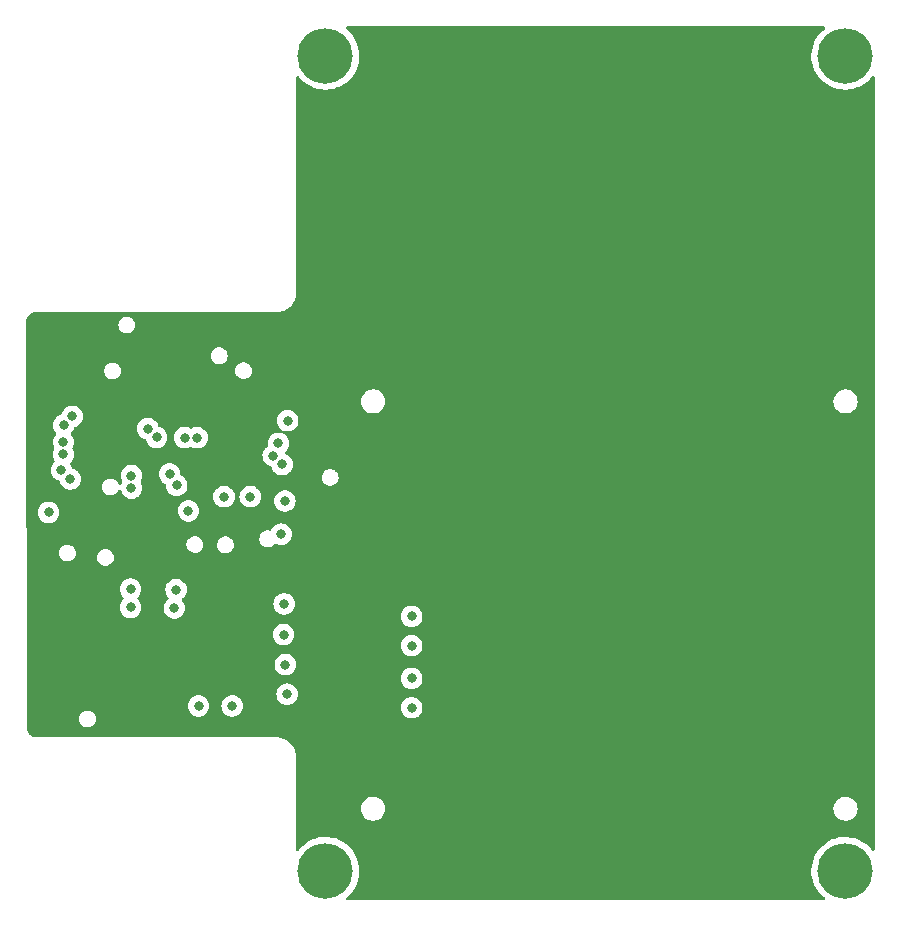
<source format=gbr>
%TF.GenerationSoftware,KiCad,Pcbnew,6.0.11-2627ca5db0~126~ubuntu22.04.1*%
%TF.CreationDate,2023-12-15T21:44:52-06:00*%
%TF.ProjectId,xem7310_carrier,78656d37-3331-4305-9f63-617272696572,rev?*%
%TF.SameCoordinates,Original*%
%TF.FileFunction,Copper,L3,Inr*%
%TF.FilePolarity,Positive*%
%FSLAX46Y46*%
G04 Gerber Fmt 4.6, Leading zero omitted, Abs format (unit mm)*
G04 Created by KiCad (PCBNEW 6.0.11-2627ca5db0~126~ubuntu22.04.1) date 2023-12-15 21:44:52*
%MOMM*%
%LPD*%
G01*
G04 APERTURE LIST*
%TA.AperFunction,ComponentPad*%
%ADD10C,4.700000*%
%TD*%
%TA.AperFunction,ViaPad*%
%ADD11C,0.800000*%
%TD*%
%TA.AperFunction,ViaPad*%
%ADD12C,0.700000*%
%TD*%
G04 APERTURE END LIST*
D10*
%TO.N,unconnected-(H2-Pad1)*%
%TO.C,H2*%
X134200000Y-142300000D03*
%TD*%
%TO.N,unconnected-(H4-Pad1)*%
%TO.C,H4*%
X178200000Y-142300000D03*
%TD*%
%TO.N,unconnected-(H1-Pad1)*%
%TO.C,H1*%
X134200000Y-73300000D03*
%TD*%
%TO.N,unconnected-(H3-Pad1)*%
%TO.C,H3*%
X178200000Y-73300000D03*
%TD*%
D11*
%TO.N,+5V*%
X116800000Y-104200000D03*
%TO.N,+3.3V*%
X131000000Y-104200000D03*
X110750000Y-111950000D03*
D12*
%TO.N,+5V*%
X141098300Y-104201700D03*
D11*
X117750000Y-99000000D03*
%TO.N,Net-(MC1-Pad32)*%
X117700000Y-118450000D03*
X130700000Y-119700000D03*
X121550000Y-118500000D03*
X141500000Y-120750000D03*
%TO.N,Net-(MC1-Pad34)*%
X117700000Y-120000000D03*
X121400000Y-120050000D03*
X130650000Y-122300000D03*
X141500000Y-123250000D03*
%TO.N,Net-(MC1-Pad38)*%
X141500000Y-126000000D03*
X130800000Y-124850000D03*
%TO.N,Net-(MC1-Pad40)*%
X141500000Y-128500000D03*
X123450000Y-128350000D03*
X130950000Y-127350000D03*
X126300000Y-128350000D03*
%TO.N,/SCK_A*%
X125610000Y-110630000D03*
X127830000Y-110620000D03*
%TO.N,/MOSI_A1*%
X122590000Y-111830000D03*
X130760000Y-110985500D03*
%TO.N,/MISO_A2*%
X130220000Y-106110000D03*
X130450000Y-113800000D03*
%TO.N,/MOSI1-*%
X123325001Y-105627266D03*
X112010000Y-106005000D03*
%TO.N,/SCLK+*%
X119901232Y-105601232D03*
X112018768Y-104571232D03*
%TO.N,/MOSI1+*%
X112010000Y-107055000D03*
X122275001Y-105627266D03*
%TO.N,/SCLK-*%
X119158768Y-104858768D03*
X112761232Y-103828768D03*
%TO.N,/MISO1-*%
X111848768Y-108378768D03*
X129778640Y-107150010D03*
%TO.N,/CS+*%
X117774724Y-108848735D03*
X121008768Y-108698768D03*
%TO.N,/MISO1+*%
X130521104Y-107892474D03*
X112591232Y-109121232D03*
%TO.N,/CS-*%
X121600000Y-109655500D03*
X117774724Y-109898735D03*
%TD*%
%TA.AperFunction,Conductor*%
%TO.N,+5V*%
G36*
X176447248Y-70828502D02*
G01*
X176493741Y-70882158D01*
X176503845Y-70952432D01*
X176474351Y-71017012D01*
X176457907Y-71032834D01*
X176286892Y-71169843D01*
X176284049Y-71172121D01*
X176052174Y-71406437D01*
X175848767Y-71665851D01*
X175846874Y-71668940D01*
X175846872Y-71668943D01*
X175804802Y-71737596D01*
X175676525Y-71946925D01*
X175537730Y-72245933D01*
X175434222Y-72558912D01*
X175367373Y-72881714D01*
X175338069Y-73210060D01*
X175346698Y-73539598D01*
X175393146Y-73865961D01*
X175476798Y-74184822D01*
X175596544Y-74491955D01*
X175598248Y-74495173D01*
X175723468Y-74731672D01*
X175750798Y-74783290D01*
X175752850Y-74786275D01*
X175752855Y-74786284D01*
X175935457Y-75051972D01*
X175935463Y-75051979D01*
X175937514Y-75054964D01*
X176154219Y-75303377D01*
X176398039Y-75525236D01*
X176400987Y-75527354D01*
X176400989Y-75527356D01*
X176662793Y-75715481D01*
X176662799Y-75715485D01*
X176665744Y-75717601D01*
X176953784Y-75877922D01*
X177258342Y-76004074D01*
X177261836Y-76005069D01*
X177261838Y-76005070D01*
X177571880Y-76093388D01*
X177571885Y-76093389D01*
X177575381Y-76094385D01*
X177761993Y-76124944D01*
X177897118Y-76147072D01*
X177897125Y-76147073D01*
X177900699Y-76147658D01*
X178065341Y-76155422D01*
X178226357Y-76163016D01*
X178226358Y-76163016D01*
X178229984Y-76163187D01*
X178241877Y-76162376D01*
X178555241Y-76141014D01*
X178555249Y-76141013D01*
X178558872Y-76140766D01*
X178562448Y-76140103D01*
X178562450Y-76140103D01*
X178879438Y-76081353D01*
X178879442Y-76081352D01*
X178883003Y-76080692D01*
X179198082Y-75983761D01*
X179338406Y-75922163D01*
X179496604Y-75852719D01*
X179496612Y-75852715D01*
X179499931Y-75851258D01*
X179784550Y-75684940D01*
X179916933Y-75585544D01*
X180045260Y-75489194D01*
X180045264Y-75489191D01*
X180048167Y-75487011D01*
X180287288Y-75260094D01*
X180468837Y-75042964D01*
X180527878Y-75003535D01*
X180598864Y-75002284D01*
X180659257Y-75039610D01*
X180689882Y-75103662D01*
X180691500Y-75123787D01*
X180691500Y-140478803D01*
X180671498Y-140546924D01*
X180617842Y-140593417D01*
X180547568Y-140603521D01*
X180482988Y-140574027D01*
X180463953Y-140553397D01*
X180408384Y-140477749D01*
X180408382Y-140477747D01*
X180406244Y-140474836D01*
X180181844Y-140233352D01*
X180179084Y-140230995D01*
X180179078Y-140230989D01*
X179933947Y-140021628D01*
X179933942Y-140021624D01*
X179931175Y-140019261D01*
X179928150Y-140017228D01*
X179660569Y-139837420D01*
X179660565Y-139837418D01*
X179657561Y-139835399D01*
X179364627Y-139684205D01*
X179056257Y-139567682D01*
X179052736Y-139566798D01*
X179052731Y-139566796D01*
X178899669Y-139528350D01*
X178736537Y-139487374D01*
X178716253Y-139484704D01*
X178413310Y-139444820D01*
X178413302Y-139444819D01*
X178409706Y-139444346D01*
X178272651Y-139442193D01*
X178083738Y-139439225D01*
X178083734Y-139439225D01*
X178080096Y-139439168D01*
X178076482Y-139439529D01*
X178076476Y-139439529D01*
X177845816Y-139462552D01*
X177752074Y-139471909D01*
X177429990Y-139542134D01*
X177426563Y-139543307D01*
X177426557Y-139543309D01*
X177351617Y-139568967D01*
X177118112Y-139648914D01*
X176820574Y-139790833D01*
X176541319Y-139966009D01*
X176538485Y-139968279D01*
X176538480Y-139968283D01*
X176471895Y-140021628D01*
X176284049Y-140172121D01*
X176052174Y-140406437D01*
X175848767Y-140665851D01*
X175846874Y-140668940D01*
X175846872Y-140668943D01*
X175804802Y-140737596D01*
X175676525Y-140946925D01*
X175537730Y-141245933D01*
X175434222Y-141558912D01*
X175367373Y-141881714D01*
X175338069Y-142210060D01*
X175346698Y-142539598D01*
X175393146Y-142865961D01*
X175476798Y-143184822D01*
X175596544Y-143491955D01*
X175598248Y-143495173D01*
X175723468Y-143731672D01*
X175750798Y-143783290D01*
X175752850Y-143786275D01*
X175752855Y-143786284D01*
X175935457Y-144051972D01*
X175935463Y-144051979D01*
X175937514Y-144054964D01*
X176154219Y-144303377D01*
X176398039Y-144525236D01*
X176400987Y-144527354D01*
X176400989Y-144527356D01*
X176450840Y-144563177D01*
X176494488Y-144619172D01*
X176500934Y-144689875D01*
X176468132Y-144752839D01*
X176406495Y-144788074D01*
X176377314Y-144791500D01*
X136020295Y-144791500D01*
X135952174Y-144771498D01*
X135905681Y-144717842D01*
X135895577Y-144647568D01*
X135925071Y-144582988D01*
X135944642Y-144564740D01*
X136045260Y-144489194D01*
X136045264Y-144489191D01*
X136048167Y-144487011D01*
X136287288Y-144260094D01*
X136498743Y-144007197D01*
X136500731Y-144004171D01*
X136677742Y-143734698D01*
X136677747Y-143734689D01*
X136679729Y-143731672D01*
X136827847Y-143437171D01*
X136941135Y-143127597D01*
X136941980Y-143124075D01*
X136941983Y-143124067D01*
X137017244Y-142810584D01*
X137017245Y-142810580D01*
X137018091Y-142807055D01*
X137057694Y-142479791D01*
X137063344Y-142300000D01*
X137063183Y-142297204D01*
X137044577Y-141974515D01*
X137044576Y-141974510D01*
X137044368Y-141970895D01*
X136987691Y-141646153D01*
X136894065Y-141330077D01*
X136764731Y-141026857D01*
X136721009Y-140950203D01*
X136603193Y-140743651D01*
X136601402Y-140740511D01*
X136499902Y-140602335D01*
X136408384Y-140477749D01*
X136408382Y-140477747D01*
X136406244Y-140474836D01*
X136181844Y-140233352D01*
X136179084Y-140230995D01*
X136179078Y-140230989D01*
X135933947Y-140021628D01*
X135933942Y-140021624D01*
X135931175Y-140019261D01*
X135928150Y-140017228D01*
X135660569Y-139837420D01*
X135660565Y-139837418D01*
X135657561Y-139835399D01*
X135364627Y-139684205D01*
X135056257Y-139567682D01*
X135052736Y-139566798D01*
X135052731Y-139566796D01*
X134899669Y-139528350D01*
X134736537Y-139487374D01*
X134716253Y-139484704D01*
X134413310Y-139444820D01*
X134413302Y-139444819D01*
X134409706Y-139444346D01*
X134272651Y-139442193D01*
X134083738Y-139439225D01*
X134083734Y-139439225D01*
X134080096Y-139439168D01*
X134076482Y-139439529D01*
X134076476Y-139439529D01*
X133845816Y-139462552D01*
X133752074Y-139471909D01*
X133429990Y-139542134D01*
X133426563Y-139543307D01*
X133426557Y-139543309D01*
X133351617Y-139568967D01*
X133118112Y-139648914D01*
X132820574Y-139790833D01*
X132541319Y-139966009D01*
X132538485Y-139968279D01*
X132538480Y-139968283D01*
X132471895Y-140021628D01*
X132284049Y-140172121D01*
X132052174Y-140406437D01*
X131933654Y-140557591D01*
X131875880Y-140598855D01*
X131804969Y-140602335D01*
X131743434Y-140566924D01*
X131710811Y-140503866D01*
X131708500Y-140479844D01*
X131708500Y-137032869D01*
X137208607Y-137032869D01*
X137226674Y-137231395D01*
X137228415Y-137237309D01*
X137228415Y-137237311D01*
X137266721Y-137367461D01*
X137282958Y-137422630D01*
X137375314Y-137599291D01*
X137500225Y-137754649D01*
X137652933Y-137882786D01*
X137827621Y-137978821D01*
X137833488Y-137980682D01*
X137833490Y-137980683D01*
X138011758Y-138037234D01*
X138011761Y-138037235D01*
X138017635Y-138039098D01*
X138172784Y-138056500D01*
X138280157Y-138056500D01*
X138283213Y-138056200D01*
X138283220Y-138056200D01*
X138342241Y-138050413D01*
X138428394Y-138041965D01*
X138434293Y-138040184D01*
X138434298Y-138040183D01*
X138613333Y-137986129D01*
X138619232Y-137984348D01*
X138707238Y-137937555D01*
X138789802Y-137893655D01*
X138789805Y-137893653D01*
X138795244Y-137890761D01*
X138800014Y-137886871D01*
X138800018Y-137886868D01*
X138944951Y-137768663D01*
X138944954Y-137768660D01*
X138949726Y-137764768D01*
X139076794Y-137611170D01*
X139171608Y-137435815D01*
X139230556Y-137245385D01*
X139231405Y-137237311D01*
X139250749Y-137053260D01*
X139250749Y-137053258D01*
X139251393Y-137047131D01*
X139250095Y-137032869D01*
X177208607Y-137032869D01*
X177226674Y-137231395D01*
X177228415Y-137237309D01*
X177228415Y-137237311D01*
X177266721Y-137367461D01*
X177282958Y-137422630D01*
X177375314Y-137599291D01*
X177500225Y-137754649D01*
X177652933Y-137882786D01*
X177827621Y-137978821D01*
X177833488Y-137980682D01*
X177833490Y-137980683D01*
X178011758Y-138037234D01*
X178011761Y-138037235D01*
X178017635Y-138039098D01*
X178172784Y-138056500D01*
X178280157Y-138056500D01*
X178283213Y-138056200D01*
X178283220Y-138056200D01*
X178342241Y-138050413D01*
X178428394Y-138041965D01*
X178434293Y-138040184D01*
X178434298Y-138040183D01*
X178613333Y-137986129D01*
X178619232Y-137984348D01*
X178707238Y-137937555D01*
X178789802Y-137893655D01*
X178789805Y-137893653D01*
X178795244Y-137890761D01*
X178800014Y-137886871D01*
X178800018Y-137886868D01*
X178944951Y-137768663D01*
X178944954Y-137768660D01*
X178949726Y-137764768D01*
X179076794Y-137611170D01*
X179171608Y-137435815D01*
X179230556Y-137245385D01*
X179231405Y-137237311D01*
X179250749Y-137053260D01*
X179250749Y-137053258D01*
X179251393Y-137047131D01*
X179233326Y-136848605D01*
X179231012Y-136840741D01*
X179178784Y-136663289D01*
X179177042Y-136657370D01*
X179084686Y-136480709D01*
X178959775Y-136325351D01*
X178807067Y-136197214D01*
X178632379Y-136101179D01*
X178626512Y-136099318D01*
X178626510Y-136099317D01*
X178448242Y-136042766D01*
X178448239Y-136042765D01*
X178442365Y-136040902D01*
X178287216Y-136023500D01*
X178179843Y-136023500D01*
X178176787Y-136023800D01*
X178176780Y-136023800D01*
X178117759Y-136029587D01*
X178031606Y-136038035D01*
X178025707Y-136039816D01*
X178025702Y-136039817D01*
X177847043Y-136093758D01*
X177840768Y-136095652D01*
X177752762Y-136142445D01*
X177670198Y-136186345D01*
X177670195Y-136186347D01*
X177664756Y-136189239D01*
X177659986Y-136193129D01*
X177659982Y-136193132D01*
X177515049Y-136311337D01*
X177515046Y-136311340D01*
X177510274Y-136315232D01*
X177383206Y-136468830D01*
X177288392Y-136644185D01*
X177229444Y-136834615D01*
X177228800Y-136840740D01*
X177228800Y-136840741D01*
X177227974Y-136848605D01*
X177208607Y-137032869D01*
X139250095Y-137032869D01*
X139233326Y-136848605D01*
X139231012Y-136840741D01*
X139178784Y-136663289D01*
X139177042Y-136657370D01*
X139084686Y-136480709D01*
X138959775Y-136325351D01*
X138807067Y-136197214D01*
X138632379Y-136101179D01*
X138626512Y-136099318D01*
X138626510Y-136099317D01*
X138448242Y-136042766D01*
X138448239Y-136042765D01*
X138442365Y-136040902D01*
X138287216Y-136023500D01*
X138179843Y-136023500D01*
X138176787Y-136023800D01*
X138176780Y-136023800D01*
X138117759Y-136029587D01*
X138031606Y-136038035D01*
X138025707Y-136039816D01*
X138025702Y-136039817D01*
X137847043Y-136093758D01*
X137840768Y-136095652D01*
X137752762Y-136142445D01*
X137670198Y-136186345D01*
X137670195Y-136186347D01*
X137664756Y-136189239D01*
X137659986Y-136193129D01*
X137659982Y-136193132D01*
X137515049Y-136311337D01*
X137515046Y-136311340D01*
X137510274Y-136315232D01*
X137383206Y-136468830D01*
X137288392Y-136644185D01*
X137229444Y-136834615D01*
X137228800Y-136840740D01*
X137228800Y-136840741D01*
X137227974Y-136848605D01*
X137208607Y-137032869D01*
X131708500Y-137032869D01*
X131708500Y-132704689D01*
X131710247Y-132683781D01*
X131712768Y-132668801D01*
X131712768Y-132668796D01*
X131713576Y-132663997D01*
X131713729Y-132651445D01*
X131712762Y-132644690D01*
X131711831Y-132636104D01*
X131711283Y-132628667D01*
X131694927Y-132406940D01*
X131657219Y-132239057D01*
X131642216Y-132172260D01*
X131642214Y-132172253D01*
X131641198Y-132167730D01*
X131600149Y-132061346D01*
X131554614Y-131943339D01*
X131552939Y-131938998D01*
X131432062Y-131725698D01*
X131429201Y-131722034D01*
X131429198Y-131722029D01*
X131284043Y-131536111D01*
X131284040Y-131536107D01*
X131281185Y-131532451D01*
X131103578Y-131363443D01*
X130903087Y-131222336D01*
X130684055Y-131112185D01*
X130679647Y-131110731D01*
X130679645Y-131110730D01*
X130455643Y-131036834D01*
X130455637Y-131036833D01*
X130451228Y-131035378D01*
X130446651Y-131034586D01*
X130446647Y-131034585D01*
X130214221Y-130994368D01*
X130214217Y-130994368D01*
X130209648Y-130993577D01*
X129999538Y-130988530D01*
X129987860Y-130987705D01*
X129977054Y-130986434D01*
X129972196Y-130986616D01*
X129972195Y-130986616D01*
X129971658Y-130986636D01*
X129964510Y-130986904D01*
X129959738Y-130987831D01*
X129959730Y-130987832D01*
X129952752Y-130989188D01*
X129928724Y-130991500D01*
X109679343Y-130991500D01*
X109666167Y-130990064D01*
X109666148Y-130990315D01*
X109657190Y-130989643D01*
X109648428Y-130987710D01*
X109639475Y-130988314D01*
X109639474Y-130988314D01*
X109639129Y-130988337D01*
X109638292Y-130988394D01*
X109608821Y-130986919D01*
X109553301Y-130977539D01*
X109493385Y-130967415D01*
X109468015Y-130960336D01*
X109340332Y-130909810D01*
X109316986Y-130897611D01*
X109202592Y-130821638D01*
X109182301Y-130804857D01*
X109086206Y-130706764D01*
X109069841Y-130686126D01*
X108996240Y-130570196D01*
X108984524Y-130546604D01*
X108936637Y-130417914D01*
X108930081Y-130392401D01*
X108913934Y-130283191D01*
X108913660Y-130267379D01*
X108912761Y-130267406D01*
X108912493Y-130258435D01*
X108913500Y-130249512D01*
X108910281Y-130230994D01*
X108908420Y-130209605D01*
X108908346Y-130158098D01*
X108907311Y-129442526D01*
X113336335Y-129442526D01*
X113355153Y-129612975D01*
X113357762Y-129620106D01*
X113357763Y-129620108D01*
X113365688Y-129641764D01*
X113414085Y-129774015D01*
X113509730Y-129916349D01*
X113636565Y-130031760D01*
X113787268Y-130113585D01*
X113953139Y-130157101D01*
X114040586Y-130158474D01*
X114117003Y-130159675D01*
X114117006Y-130159675D01*
X114124602Y-130159794D01*
X114132006Y-130158098D01*
X114132008Y-130158098D01*
X114194846Y-130143706D01*
X114291759Y-130121510D01*
X114444958Y-130044459D01*
X114450729Y-130039530D01*
X114450732Y-130039528D01*
X114569578Y-129938023D01*
X114575355Y-129933089D01*
X114675424Y-129793830D01*
X114739385Y-129634720D01*
X114763547Y-129464947D01*
X114763704Y-129450000D01*
X114743102Y-129279758D01*
X114735070Y-129258500D01*
X114685171Y-129126447D01*
X114682487Y-129119344D01*
X114585357Y-128978019D01*
X114579686Y-128972966D01*
X114462993Y-128868996D01*
X114462990Y-128868994D01*
X114457321Y-128863943D01*
X114449325Y-128859709D01*
X114312481Y-128787254D01*
X114312482Y-128787254D01*
X114305769Y-128783700D01*
X114288196Y-128779286D01*
X114146822Y-128743775D01*
X114146818Y-128743775D01*
X114139451Y-128741924D01*
X114131852Y-128741884D01*
X114131850Y-128741884D01*
X114060394Y-128741510D01*
X113967969Y-128741026D01*
X113960589Y-128742798D01*
X113960587Y-128742798D01*
X113808602Y-128779286D01*
X113808598Y-128779287D01*
X113801223Y-128781058D01*
X113648839Y-128859709D01*
X113519615Y-128972439D01*
X113421010Y-129112739D01*
X113408899Y-129143803D01*
X113364715Y-129257128D01*
X113358718Y-129272509D01*
X113357726Y-129280042D01*
X113357726Y-129280043D01*
X113340815Y-129408500D01*
X113336335Y-129442526D01*
X108907311Y-129442526D01*
X108905730Y-128350000D01*
X122536496Y-128350000D01*
X122556458Y-128539928D01*
X122615473Y-128721556D01*
X122710960Y-128886944D01*
X122838747Y-129028866D01*
X122856621Y-129041852D01*
X122963933Y-129119819D01*
X122993248Y-129141118D01*
X122999276Y-129143802D01*
X122999278Y-129143803D01*
X123086753Y-129182749D01*
X123167712Y-129218794D01*
X123261112Y-129238647D01*
X123348056Y-129257128D01*
X123348061Y-129257128D01*
X123354513Y-129258500D01*
X123545487Y-129258500D01*
X123551939Y-129257128D01*
X123551944Y-129257128D01*
X123638888Y-129238647D01*
X123732288Y-129218794D01*
X123813247Y-129182749D01*
X123900722Y-129143803D01*
X123900724Y-129143802D01*
X123906752Y-129141118D01*
X123936068Y-129119819D01*
X124043379Y-129041852D01*
X124061253Y-129028866D01*
X124189040Y-128886944D01*
X124284527Y-128721556D01*
X124343542Y-128539928D01*
X124363504Y-128350000D01*
X125386496Y-128350000D01*
X125406458Y-128539928D01*
X125465473Y-128721556D01*
X125560960Y-128886944D01*
X125688747Y-129028866D01*
X125706621Y-129041852D01*
X125813933Y-129119819D01*
X125843248Y-129141118D01*
X125849276Y-129143802D01*
X125849278Y-129143803D01*
X125936753Y-129182749D01*
X126017712Y-129218794D01*
X126111112Y-129238647D01*
X126198056Y-129257128D01*
X126198061Y-129257128D01*
X126204513Y-129258500D01*
X126395487Y-129258500D01*
X126401939Y-129257128D01*
X126401944Y-129257128D01*
X126488888Y-129238647D01*
X126582288Y-129218794D01*
X126663247Y-129182749D01*
X126750722Y-129143803D01*
X126750724Y-129143802D01*
X126756752Y-129141118D01*
X126786068Y-129119819D01*
X126893379Y-129041852D01*
X126911253Y-129028866D01*
X127039040Y-128886944D01*
X127134527Y-128721556D01*
X127193542Y-128539928D01*
X127197739Y-128500000D01*
X140586496Y-128500000D01*
X140606458Y-128689928D01*
X140665473Y-128871556D01*
X140760960Y-129036944D01*
X140765378Y-129041851D01*
X140765379Y-129041852D01*
X140857176Y-129143803D01*
X140888747Y-129178866D01*
X140987843Y-129250864D01*
X141028005Y-129280043D01*
X141043248Y-129291118D01*
X141049276Y-129293802D01*
X141049278Y-129293803D01*
X141211681Y-129366109D01*
X141217712Y-129368794D01*
X141311113Y-129388647D01*
X141398056Y-129407128D01*
X141398061Y-129407128D01*
X141404513Y-129408500D01*
X141595487Y-129408500D01*
X141601939Y-129407128D01*
X141601944Y-129407128D01*
X141688887Y-129388647D01*
X141782288Y-129368794D01*
X141788319Y-129366109D01*
X141950722Y-129293803D01*
X141950724Y-129293802D01*
X141956752Y-129291118D01*
X141971996Y-129280043D01*
X142012157Y-129250864D01*
X142111253Y-129178866D01*
X142142824Y-129143803D01*
X142234621Y-129041852D01*
X142234622Y-129041851D01*
X142239040Y-129036944D01*
X142334527Y-128871556D01*
X142393542Y-128689928D01*
X142413504Y-128500000D01*
X142393542Y-128310072D01*
X142334527Y-128128444D01*
X142239040Y-127963056D01*
X142111253Y-127821134D01*
X141956752Y-127708882D01*
X141950724Y-127706198D01*
X141950722Y-127706197D01*
X141788319Y-127633891D01*
X141788318Y-127633891D01*
X141782288Y-127631206D01*
X141688888Y-127611353D01*
X141601944Y-127592872D01*
X141601939Y-127592872D01*
X141595487Y-127591500D01*
X141404513Y-127591500D01*
X141398061Y-127592872D01*
X141398056Y-127592872D01*
X141311112Y-127611353D01*
X141217712Y-127631206D01*
X141211682Y-127633891D01*
X141211681Y-127633891D01*
X141049278Y-127706197D01*
X141049276Y-127706198D01*
X141043248Y-127708882D01*
X140888747Y-127821134D01*
X140760960Y-127963056D01*
X140665473Y-128128444D01*
X140606458Y-128310072D01*
X140586496Y-128500000D01*
X127197739Y-128500000D01*
X127213504Y-128350000D01*
X127193542Y-128160072D01*
X127134527Y-127978444D01*
X127039040Y-127813056D01*
X126945242Y-127708882D01*
X126915675Y-127676045D01*
X126915674Y-127676044D01*
X126911253Y-127671134D01*
X126756752Y-127558882D01*
X126750724Y-127556198D01*
X126750722Y-127556197D01*
X126588319Y-127483891D01*
X126588318Y-127483891D01*
X126582288Y-127481206D01*
X126488887Y-127461353D01*
X126401944Y-127442872D01*
X126401939Y-127442872D01*
X126395487Y-127441500D01*
X126204513Y-127441500D01*
X126198061Y-127442872D01*
X126198056Y-127442872D01*
X126111113Y-127461353D01*
X126017712Y-127481206D01*
X126011682Y-127483891D01*
X126011681Y-127483891D01*
X125849278Y-127556197D01*
X125849276Y-127556198D01*
X125843248Y-127558882D01*
X125688747Y-127671134D01*
X125684326Y-127676044D01*
X125684325Y-127676045D01*
X125654759Y-127708882D01*
X125560960Y-127813056D01*
X125465473Y-127978444D01*
X125406458Y-128160072D01*
X125386496Y-128350000D01*
X124363504Y-128350000D01*
X124343542Y-128160072D01*
X124284527Y-127978444D01*
X124189040Y-127813056D01*
X124095242Y-127708882D01*
X124065675Y-127676045D01*
X124065674Y-127676044D01*
X124061253Y-127671134D01*
X123906752Y-127558882D01*
X123900724Y-127556198D01*
X123900722Y-127556197D01*
X123738319Y-127483891D01*
X123738318Y-127483891D01*
X123732288Y-127481206D01*
X123638887Y-127461353D01*
X123551944Y-127442872D01*
X123551939Y-127442872D01*
X123545487Y-127441500D01*
X123354513Y-127441500D01*
X123348061Y-127442872D01*
X123348056Y-127442872D01*
X123261113Y-127461353D01*
X123167712Y-127481206D01*
X123161682Y-127483891D01*
X123161681Y-127483891D01*
X122999278Y-127556197D01*
X122999276Y-127556198D01*
X122993248Y-127558882D01*
X122838747Y-127671134D01*
X122834326Y-127676044D01*
X122834325Y-127676045D01*
X122804759Y-127708882D01*
X122710960Y-127813056D01*
X122615473Y-127978444D01*
X122556458Y-128160072D01*
X122536496Y-128350000D01*
X108905730Y-128350000D01*
X108904283Y-127350000D01*
X130036496Y-127350000D01*
X130056458Y-127539928D01*
X130115473Y-127721556D01*
X130210960Y-127886944D01*
X130338747Y-128028866D01*
X130493248Y-128141118D01*
X130499276Y-128143802D01*
X130499278Y-128143803D01*
X130550560Y-128166635D01*
X130667712Y-128218794D01*
X130761113Y-128238647D01*
X130848056Y-128257128D01*
X130848061Y-128257128D01*
X130854513Y-128258500D01*
X131045487Y-128258500D01*
X131051939Y-128257128D01*
X131051944Y-128257128D01*
X131138887Y-128238647D01*
X131232288Y-128218794D01*
X131349440Y-128166635D01*
X131400722Y-128143803D01*
X131400724Y-128143802D01*
X131406752Y-128141118D01*
X131561253Y-128028866D01*
X131689040Y-127886944D01*
X131784527Y-127721556D01*
X131843542Y-127539928D01*
X131863504Y-127350000D01*
X131843542Y-127160072D01*
X131784527Y-126978444D01*
X131689040Y-126813056D01*
X131665793Y-126787237D01*
X131565675Y-126676045D01*
X131565674Y-126676044D01*
X131561253Y-126671134D01*
X131406752Y-126558882D01*
X131400724Y-126556198D01*
X131400722Y-126556197D01*
X131238319Y-126483891D01*
X131238318Y-126483891D01*
X131232288Y-126481206D01*
X131138888Y-126461353D01*
X131051944Y-126442872D01*
X131051939Y-126442872D01*
X131045487Y-126441500D01*
X130854513Y-126441500D01*
X130848061Y-126442872D01*
X130848056Y-126442872D01*
X130761112Y-126461353D01*
X130667712Y-126481206D01*
X130661682Y-126483891D01*
X130661681Y-126483891D01*
X130499278Y-126556197D01*
X130499276Y-126556198D01*
X130493248Y-126558882D01*
X130338747Y-126671134D01*
X130334326Y-126676044D01*
X130334325Y-126676045D01*
X130234208Y-126787237D01*
X130210960Y-126813056D01*
X130115473Y-126978444D01*
X130056458Y-127160072D01*
X130036496Y-127350000D01*
X108904283Y-127350000D01*
X108902330Y-126000000D01*
X140586496Y-126000000D01*
X140606458Y-126189928D01*
X140665473Y-126371556D01*
X140760960Y-126536944D01*
X140765378Y-126541851D01*
X140765379Y-126541852D01*
X140878289Y-126667251D01*
X140888747Y-126678866D01*
X141043248Y-126791118D01*
X141049276Y-126793802D01*
X141049278Y-126793803D01*
X141211681Y-126866109D01*
X141217712Y-126868794D01*
X141311112Y-126888647D01*
X141398056Y-126907128D01*
X141398061Y-126907128D01*
X141404513Y-126908500D01*
X141595487Y-126908500D01*
X141601939Y-126907128D01*
X141601944Y-126907128D01*
X141688888Y-126888647D01*
X141782288Y-126868794D01*
X141788319Y-126866109D01*
X141950722Y-126793803D01*
X141950724Y-126793802D01*
X141956752Y-126791118D01*
X142111253Y-126678866D01*
X142121711Y-126667251D01*
X142234621Y-126541852D01*
X142234622Y-126541851D01*
X142239040Y-126536944D01*
X142334527Y-126371556D01*
X142393542Y-126189928D01*
X142413504Y-126000000D01*
X142393542Y-125810072D01*
X142334527Y-125628444D01*
X142239040Y-125463056D01*
X142111253Y-125321134D01*
X141956752Y-125208882D01*
X141950724Y-125206198D01*
X141950722Y-125206197D01*
X141788319Y-125133891D01*
X141788318Y-125133891D01*
X141782288Y-125131206D01*
X141688888Y-125111353D01*
X141601944Y-125092872D01*
X141601939Y-125092872D01*
X141595487Y-125091500D01*
X141404513Y-125091500D01*
X141398061Y-125092872D01*
X141398056Y-125092872D01*
X141311112Y-125111353D01*
X141217712Y-125131206D01*
X141211682Y-125133891D01*
X141211681Y-125133891D01*
X141049278Y-125206197D01*
X141049276Y-125206198D01*
X141043248Y-125208882D01*
X140888747Y-125321134D01*
X140760960Y-125463056D01*
X140665473Y-125628444D01*
X140606458Y-125810072D01*
X140586496Y-126000000D01*
X108902330Y-126000000D01*
X108900666Y-124850000D01*
X129886496Y-124850000D01*
X129906458Y-125039928D01*
X129965473Y-125221556D01*
X130060960Y-125386944D01*
X130188747Y-125528866D01*
X130343248Y-125641118D01*
X130349276Y-125643802D01*
X130349278Y-125643803D01*
X130511681Y-125716109D01*
X130517712Y-125718794D01*
X130611113Y-125738647D01*
X130698056Y-125757128D01*
X130698061Y-125757128D01*
X130704513Y-125758500D01*
X130895487Y-125758500D01*
X130901939Y-125757128D01*
X130901944Y-125757128D01*
X130988887Y-125738647D01*
X131082288Y-125718794D01*
X131088319Y-125716109D01*
X131250722Y-125643803D01*
X131250724Y-125643802D01*
X131256752Y-125641118D01*
X131411253Y-125528866D01*
X131539040Y-125386944D01*
X131634527Y-125221556D01*
X131693542Y-125039928D01*
X131713504Y-124850000D01*
X131693542Y-124660072D01*
X131634527Y-124478444D01*
X131539040Y-124313056D01*
X131411253Y-124171134D01*
X131256752Y-124058882D01*
X131250724Y-124056198D01*
X131250722Y-124056197D01*
X131088319Y-123983891D01*
X131088318Y-123983891D01*
X131082288Y-123981206D01*
X130988887Y-123961353D01*
X130901944Y-123942872D01*
X130901939Y-123942872D01*
X130895487Y-123941500D01*
X130704513Y-123941500D01*
X130698061Y-123942872D01*
X130698056Y-123942872D01*
X130611113Y-123961353D01*
X130517712Y-123981206D01*
X130511682Y-123983891D01*
X130511681Y-123983891D01*
X130349278Y-124056197D01*
X130349276Y-124056198D01*
X130343248Y-124058882D01*
X130188747Y-124171134D01*
X130060960Y-124313056D01*
X129965473Y-124478444D01*
X129906458Y-124660072D01*
X129886496Y-124850000D01*
X108900666Y-124850000D01*
X108898351Y-123250000D01*
X140586496Y-123250000D01*
X140606458Y-123439928D01*
X140665473Y-123621556D01*
X140760960Y-123786944D01*
X140888747Y-123928866D01*
X141043248Y-124041118D01*
X141049276Y-124043802D01*
X141049278Y-124043803D01*
X141211681Y-124116109D01*
X141217712Y-124118794D01*
X141311113Y-124138647D01*
X141398056Y-124157128D01*
X141398061Y-124157128D01*
X141404513Y-124158500D01*
X141595487Y-124158500D01*
X141601939Y-124157128D01*
X141601944Y-124157128D01*
X141688887Y-124138647D01*
X141782288Y-124118794D01*
X141788319Y-124116109D01*
X141950722Y-124043803D01*
X141950724Y-124043802D01*
X141956752Y-124041118D01*
X142111253Y-123928866D01*
X142239040Y-123786944D01*
X142334527Y-123621556D01*
X142393542Y-123439928D01*
X142413504Y-123250000D01*
X142393542Y-123060072D01*
X142334527Y-122878444D01*
X142239040Y-122713056D01*
X142111253Y-122571134D01*
X141956752Y-122458882D01*
X141950724Y-122456198D01*
X141950722Y-122456197D01*
X141788319Y-122383891D01*
X141788318Y-122383891D01*
X141782288Y-122381206D01*
X141688887Y-122361353D01*
X141601944Y-122342872D01*
X141601939Y-122342872D01*
X141595487Y-122341500D01*
X141404513Y-122341500D01*
X141398061Y-122342872D01*
X141398056Y-122342872D01*
X141311113Y-122361353D01*
X141217712Y-122381206D01*
X141211682Y-122383891D01*
X141211681Y-122383891D01*
X141049278Y-122456197D01*
X141049276Y-122456198D01*
X141043248Y-122458882D01*
X140888747Y-122571134D01*
X140760960Y-122713056D01*
X140665473Y-122878444D01*
X140606458Y-123060072D01*
X140586496Y-123250000D01*
X108898351Y-123250000D01*
X108896976Y-122300000D01*
X129736496Y-122300000D01*
X129756458Y-122489928D01*
X129815473Y-122671556D01*
X129910960Y-122836944D01*
X130038747Y-122978866D01*
X130193248Y-123091118D01*
X130199276Y-123093802D01*
X130199278Y-123093803D01*
X130361681Y-123166109D01*
X130367712Y-123168794D01*
X130461112Y-123188647D01*
X130548056Y-123207128D01*
X130548061Y-123207128D01*
X130554513Y-123208500D01*
X130745487Y-123208500D01*
X130751939Y-123207128D01*
X130751944Y-123207128D01*
X130838888Y-123188647D01*
X130932288Y-123168794D01*
X130938319Y-123166109D01*
X131100722Y-123093803D01*
X131100724Y-123093802D01*
X131106752Y-123091118D01*
X131261253Y-122978866D01*
X131389040Y-122836944D01*
X131484527Y-122671556D01*
X131543542Y-122489928D01*
X131563504Y-122300000D01*
X131543542Y-122110072D01*
X131484527Y-121928444D01*
X131389040Y-121763056D01*
X131294898Y-121658500D01*
X131265675Y-121626045D01*
X131265674Y-121626044D01*
X131261253Y-121621134D01*
X131106752Y-121508882D01*
X131100724Y-121506198D01*
X131100722Y-121506197D01*
X130938319Y-121433891D01*
X130938318Y-121433891D01*
X130932288Y-121431206D01*
X130838887Y-121411353D01*
X130751944Y-121392872D01*
X130751939Y-121392872D01*
X130745487Y-121391500D01*
X130554513Y-121391500D01*
X130548061Y-121392872D01*
X130548056Y-121392872D01*
X130461113Y-121411353D01*
X130367712Y-121431206D01*
X130361682Y-121433891D01*
X130361681Y-121433891D01*
X130199278Y-121506197D01*
X130199276Y-121506198D01*
X130193248Y-121508882D01*
X130038747Y-121621134D01*
X130034326Y-121626044D01*
X130034325Y-121626045D01*
X130005103Y-121658500D01*
X129910960Y-121763056D01*
X129815473Y-121928444D01*
X129756458Y-122110072D01*
X129736496Y-122300000D01*
X108896976Y-122300000D01*
X108893648Y-120000000D01*
X116786496Y-120000000D01*
X116787186Y-120006565D01*
X116794489Y-120076045D01*
X116806458Y-120189928D01*
X116865473Y-120371556D01*
X116960960Y-120536944D01*
X116965378Y-120541851D01*
X116965379Y-120541852D01*
X117005980Y-120586944D01*
X117088747Y-120678866D01*
X117243248Y-120791118D01*
X117249276Y-120793802D01*
X117249278Y-120793803D01*
X117346833Y-120837237D01*
X117417712Y-120868794D01*
X117511113Y-120888647D01*
X117598056Y-120907128D01*
X117598061Y-120907128D01*
X117604513Y-120908500D01*
X117795487Y-120908500D01*
X117801939Y-120907128D01*
X117801944Y-120907128D01*
X117888887Y-120888647D01*
X117982288Y-120868794D01*
X118053167Y-120837237D01*
X118150722Y-120793803D01*
X118150724Y-120793802D01*
X118156752Y-120791118D01*
X118311253Y-120678866D01*
X118394020Y-120586944D01*
X118434621Y-120541852D01*
X118434622Y-120541851D01*
X118439040Y-120536944D01*
X118534527Y-120371556D01*
X118593542Y-120189928D01*
X118605512Y-120076045D01*
X118608249Y-120050000D01*
X120486496Y-120050000D01*
X120487186Y-120056565D01*
X120504235Y-120218774D01*
X120506458Y-120239928D01*
X120565473Y-120421556D01*
X120660960Y-120586944D01*
X120788747Y-120728866D01*
X120943248Y-120841118D01*
X120949276Y-120843802D01*
X120949278Y-120843803D01*
X121094591Y-120908500D01*
X121117712Y-120918794D01*
X121186263Y-120933365D01*
X121298056Y-120957128D01*
X121298061Y-120957128D01*
X121304513Y-120958500D01*
X121495487Y-120958500D01*
X121501939Y-120957128D01*
X121501944Y-120957128D01*
X121613737Y-120933365D01*
X121682288Y-120918794D01*
X121705409Y-120908500D01*
X121850722Y-120843803D01*
X121850724Y-120843802D01*
X121856752Y-120841118D01*
X121982165Y-120750000D01*
X140586496Y-120750000D01*
X140587186Y-120756565D01*
X140603955Y-120916109D01*
X140606458Y-120939928D01*
X140665473Y-121121556D01*
X140760960Y-121286944D01*
X140765378Y-121291851D01*
X140765379Y-121291852D01*
X140856338Y-121392872D01*
X140888747Y-121428866D01*
X141043248Y-121541118D01*
X141049276Y-121543802D01*
X141049278Y-121543803D01*
X141211681Y-121616109D01*
X141217712Y-121618794D01*
X141311112Y-121638647D01*
X141398056Y-121657128D01*
X141398061Y-121657128D01*
X141404513Y-121658500D01*
X141595487Y-121658500D01*
X141601939Y-121657128D01*
X141601944Y-121657128D01*
X141688888Y-121638647D01*
X141782288Y-121618794D01*
X141788319Y-121616109D01*
X141950722Y-121543803D01*
X141950724Y-121543802D01*
X141956752Y-121541118D01*
X142111253Y-121428866D01*
X142143662Y-121392872D01*
X142234621Y-121291852D01*
X142234622Y-121291851D01*
X142239040Y-121286944D01*
X142334527Y-121121556D01*
X142393542Y-120939928D01*
X142396046Y-120916109D01*
X142412814Y-120756565D01*
X142413504Y-120750000D01*
X142406028Y-120678866D01*
X142394232Y-120566635D01*
X142394232Y-120566633D01*
X142393542Y-120560072D01*
X142334527Y-120378444D01*
X142239040Y-120213056D01*
X142218216Y-120189928D01*
X142115675Y-120076045D01*
X142115674Y-120076044D01*
X142111253Y-120071134D01*
X141956752Y-119958882D01*
X141950724Y-119956198D01*
X141950722Y-119956197D01*
X141788319Y-119883891D01*
X141788318Y-119883891D01*
X141782288Y-119881206D01*
X141682861Y-119860072D01*
X141601944Y-119842872D01*
X141601939Y-119842872D01*
X141595487Y-119841500D01*
X141404513Y-119841500D01*
X141398061Y-119842872D01*
X141398056Y-119842872D01*
X141317139Y-119860072D01*
X141217712Y-119881206D01*
X141211682Y-119883891D01*
X141211681Y-119883891D01*
X141049278Y-119956197D01*
X141049276Y-119956198D01*
X141043248Y-119958882D01*
X140888747Y-120071134D01*
X140884326Y-120076044D01*
X140884325Y-120076045D01*
X140781785Y-120189928D01*
X140760960Y-120213056D01*
X140665473Y-120378444D01*
X140606458Y-120560072D01*
X140605768Y-120566633D01*
X140605768Y-120566635D01*
X140593972Y-120678866D01*
X140586496Y-120750000D01*
X121982165Y-120750000D01*
X122011253Y-120728866D01*
X122139040Y-120586944D01*
X122234527Y-120421556D01*
X122293542Y-120239928D01*
X122295766Y-120218774D01*
X122312814Y-120056565D01*
X122313504Y-120050000D01*
X122296680Y-119889928D01*
X122294232Y-119866635D01*
X122294232Y-119866633D01*
X122293542Y-119860072D01*
X122241531Y-119700000D01*
X129786496Y-119700000D01*
X129806458Y-119889928D01*
X129865473Y-120071556D01*
X129960960Y-120236944D01*
X129965378Y-120241851D01*
X129965379Y-120241852D01*
X130076506Y-120365271D01*
X130088747Y-120378866D01*
X130243248Y-120491118D01*
X130249276Y-120493802D01*
X130249278Y-120493803D01*
X130333332Y-120531226D01*
X130417712Y-120568794D01*
X130503101Y-120586944D01*
X130598056Y-120607128D01*
X130598061Y-120607128D01*
X130604513Y-120608500D01*
X130795487Y-120608500D01*
X130801939Y-120607128D01*
X130801944Y-120607128D01*
X130896899Y-120586944D01*
X130982288Y-120568794D01*
X131066668Y-120531226D01*
X131150722Y-120493803D01*
X131150724Y-120493802D01*
X131156752Y-120491118D01*
X131311253Y-120378866D01*
X131323494Y-120365271D01*
X131434621Y-120241852D01*
X131434622Y-120241851D01*
X131439040Y-120236944D01*
X131534527Y-120071556D01*
X131593542Y-119889928D01*
X131613504Y-119700000D01*
X131593542Y-119510072D01*
X131534527Y-119328444D01*
X131529813Y-119320278D01*
X131455643Y-119191814D01*
X131439040Y-119163056D01*
X131311253Y-119021134D01*
X131156752Y-118908882D01*
X131150724Y-118906198D01*
X131150722Y-118906197D01*
X130988319Y-118833891D01*
X130988318Y-118833891D01*
X130982288Y-118831206D01*
X130888887Y-118811353D01*
X130801944Y-118792872D01*
X130801939Y-118792872D01*
X130795487Y-118791500D01*
X130604513Y-118791500D01*
X130598061Y-118792872D01*
X130598056Y-118792872D01*
X130511113Y-118811353D01*
X130417712Y-118831206D01*
X130411682Y-118833891D01*
X130411681Y-118833891D01*
X130249278Y-118906197D01*
X130249276Y-118906198D01*
X130243248Y-118908882D01*
X130088747Y-119021134D01*
X129960960Y-119163056D01*
X129944357Y-119191814D01*
X129870188Y-119320278D01*
X129865473Y-119328444D01*
X129806458Y-119510072D01*
X129786496Y-119700000D01*
X122241531Y-119700000D01*
X122234527Y-119678444D01*
X122139040Y-119513056D01*
X122059554Y-119424777D01*
X122028837Y-119360770D01*
X122037602Y-119290317D01*
X122079130Y-119238532D01*
X122155909Y-119182749D01*
X122155911Y-119182747D01*
X122161253Y-119178866D01*
X122289040Y-119036944D01*
X122384527Y-118871556D01*
X122443542Y-118689928D01*
X122463504Y-118500000D01*
X122443542Y-118310072D01*
X122384527Y-118128444D01*
X122289040Y-117963056D01*
X122249169Y-117918774D01*
X122165675Y-117826045D01*
X122165674Y-117826044D01*
X122161253Y-117821134D01*
X122006752Y-117708882D01*
X122000724Y-117706198D01*
X122000722Y-117706197D01*
X121838319Y-117633891D01*
X121838318Y-117633891D01*
X121832288Y-117631206D01*
X121738887Y-117611353D01*
X121651944Y-117592872D01*
X121651939Y-117592872D01*
X121645487Y-117591500D01*
X121454513Y-117591500D01*
X121448061Y-117592872D01*
X121448056Y-117592872D01*
X121361113Y-117611353D01*
X121267712Y-117631206D01*
X121261682Y-117633891D01*
X121261681Y-117633891D01*
X121099278Y-117706197D01*
X121099276Y-117706198D01*
X121093248Y-117708882D01*
X120938747Y-117821134D01*
X120934326Y-117826044D01*
X120934325Y-117826045D01*
X120850832Y-117918774D01*
X120810960Y-117963056D01*
X120715473Y-118128444D01*
X120656458Y-118310072D01*
X120636496Y-118500000D01*
X120656458Y-118689928D01*
X120715473Y-118871556D01*
X120810960Y-119036944D01*
X120889307Y-119123957D01*
X120890446Y-119125222D01*
X120921163Y-119189230D01*
X120912398Y-119259683D01*
X120870870Y-119311468D01*
X120803012Y-119360770D01*
X120788747Y-119371134D01*
X120784326Y-119376044D01*
X120784325Y-119376045D01*
X120669300Y-119503794D01*
X120660960Y-119513056D01*
X120565473Y-119678444D01*
X120506458Y-119860072D01*
X120505768Y-119866633D01*
X120505768Y-119866635D01*
X120503320Y-119889928D01*
X120486496Y-120050000D01*
X118608249Y-120050000D01*
X118612814Y-120006565D01*
X118613504Y-120000000D01*
X118601245Y-119883365D01*
X118594232Y-119816635D01*
X118594232Y-119816633D01*
X118593542Y-119810072D01*
X118534527Y-119628444D01*
X118439040Y-119463056D01*
X118311253Y-119321134D01*
X118307147Y-119318151D01*
X118270207Y-119258186D01*
X118271561Y-119187202D01*
X118307123Y-119131867D01*
X118311253Y-119128866D01*
X118408255Y-119021134D01*
X118434621Y-118991852D01*
X118434622Y-118991851D01*
X118439040Y-118986944D01*
X118509288Y-118865271D01*
X118531223Y-118827279D01*
X118531224Y-118827278D01*
X118534527Y-118821556D01*
X118593542Y-118639928D01*
X118613504Y-118450000D01*
X118593542Y-118260072D01*
X118534527Y-118078444D01*
X118439040Y-117913056D01*
X118311253Y-117771134D01*
X118156752Y-117658882D01*
X118150724Y-117656198D01*
X118150722Y-117656197D01*
X117988319Y-117583891D01*
X117988318Y-117583891D01*
X117982288Y-117581206D01*
X117888888Y-117561353D01*
X117801944Y-117542872D01*
X117801939Y-117542872D01*
X117795487Y-117541500D01*
X117604513Y-117541500D01*
X117598061Y-117542872D01*
X117598056Y-117542872D01*
X117511112Y-117561353D01*
X117417712Y-117581206D01*
X117411682Y-117583891D01*
X117411681Y-117583891D01*
X117249278Y-117656197D01*
X117249276Y-117656198D01*
X117243248Y-117658882D01*
X117088747Y-117771134D01*
X116960960Y-117913056D01*
X116865473Y-118078444D01*
X116806458Y-118260072D01*
X116786496Y-118450000D01*
X116806458Y-118639928D01*
X116865473Y-118821556D01*
X116868776Y-118827278D01*
X116868777Y-118827279D01*
X116890712Y-118865271D01*
X116960960Y-118986944D01*
X116965378Y-118991851D01*
X116965379Y-118991852D01*
X116991745Y-119021134D01*
X117088747Y-119128866D01*
X117092853Y-119131849D01*
X117129793Y-119191814D01*
X117128439Y-119262798D01*
X117092877Y-119318133D01*
X117088747Y-119321134D01*
X116960960Y-119463056D01*
X116865473Y-119628444D01*
X116806458Y-119810072D01*
X116805768Y-119816633D01*
X116805768Y-119816635D01*
X116798755Y-119883365D01*
X116786496Y-120000000D01*
X108893648Y-120000000D01*
X108886981Y-115392526D01*
X111636335Y-115392526D01*
X111655153Y-115562975D01*
X111657762Y-115570106D01*
X111657763Y-115570108D01*
X111668718Y-115600043D01*
X111714085Y-115724015D01*
X111718322Y-115730321D01*
X111718324Y-115730324D01*
X111744986Y-115770000D01*
X111809730Y-115866349D01*
X111936565Y-115981760D01*
X112087268Y-116063585D01*
X112253139Y-116107101D01*
X112340586Y-116108474D01*
X112417003Y-116109675D01*
X112417006Y-116109675D01*
X112424602Y-116109794D01*
X112432006Y-116108098D01*
X112432008Y-116108098D01*
X112524654Y-116086879D01*
X112591759Y-116071510D01*
X112744958Y-115994459D01*
X112750729Y-115989530D01*
X112750732Y-115989528D01*
X112869578Y-115888023D01*
X112875355Y-115883089D01*
X112959569Y-115765894D01*
X112961989Y-115762526D01*
X114851335Y-115762526D01*
X114870153Y-115932975D01*
X114872762Y-115940106D01*
X114872763Y-115940108D01*
X114880688Y-115961764D01*
X114929085Y-116094015D01*
X114933322Y-116100321D01*
X114933324Y-116100324D01*
X114937666Y-116106785D01*
X115024730Y-116236349D01*
X115151565Y-116351760D01*
X115302268Y-116433585D01*
X115468139Y-116477101D01*
X115555586Y-116478474D01*
X115632003Y-116479675D01*
X115632006Y-116479675D01*
X115639602Y-116479794D01*
X115647006Y-116478098D01*
X115647008Y-116478098D01*
X115709846Y-116463706D01*
X115806759Y-116441510D01*
X115959958Y-116364459D01*
X115965729Y-116359530D01*
X115965732Y-116359528D01*
X116084578Y-116258023D01*
X116090355Y-116253089D01*
X116190424Y-116113830D01*
X116254385Y-115954720D01*
X116263877Y-115888023D01*
X116277966Y-115789031D01*
X116277966Y-115789027D01*
X116278547Y-115784947D01*
X116278704Y-115770000D01*
X116258102Y-115599758D01*
X116255082Y-115591764D01*
X116200171Y-115446447D01*
X116197487Y-115439344D01*
X116158831Y-115383099D01*
X116104659Y-115304278D01*
X116104658Y-115304276D01*
X116100357Y-115298019D01*
X116094686Y-115292966D01*
X115977993Y-115188996D01*
X115977990Y-115188994D01*
X115972321Y-115183943D01*
X115964325Y-115179709D01*
X115827481Y-115107254D01*
X115827482Y-115107254D01*
X115820769Y-115103700D01*
X115803196Y-115099286D01*
X115661822Y-115063775D01*
X115661818Y-115063775D01*
X115654451Y-115061924D01*
X115646852Y-115061884D01*
X115646850Y-115061884D01*
X115575394Y-115061510D01*
X115482969Y-115061026D01*
X115475589Y-115062798D01*
X115475587Y-115062798D01*
X115323602Y-115099286D01*
X115323598Y-115099287D01*
X115316223Y-115101058D01*
X115163839Y-115179709D01*
X115034615Y-115292439D01*
X114936010Y-115432739D01*
X114904864Y-115512624D01*
X114876755Y-115584720D01*
X114873718Y-115592509D01*
X114872726Y-115600042D01*
X114872726Y-115600043D01*
X114854724Y-115736785D01*
X114851335Y-115762526D01*
X112961989Y-115762526D01*
X112970992Y-115749998D01*
X112970993Y-115749997D01*
X112975424Y-115743830D01*
X113039385Y-115584720D01*
X113060075Y-115439344D01*
X113062966Y-115419031D01*
X113062966Y-115419027D01*
X113063547Y-115414947D01*
X113063704Y-115400000D01*
X113056272Y-115338586D01*
X113044015Y-115237299D01*
X113044014Y-115237296D01*
X113043102Y-115229758D01*
X113029221Y-115193021D01*
X112985171Y-115076447D01*
X112982487Y-115069344D01*
X112947770Y-115018831D01*
X112889659Y-114934278D01*
X112889658Y-114934276D01*
X112885357Y-114928019D01*
X112879686Y-114922966D01*
X112762993Y-114818996D01*
X112762990Y-114818994D01*
X112757321Y-114813943D01*
X112749325Y-114809709D01*
X112684496Y-114775384D01*
X112605769Y-114733700D01*
X112551008Y-114719945D01*
X112446822Y-114693775D01*
X112446818Y-114693775D01*
X112439451Y-114691924D01*
X112431852Y-114691884D01*
X112431850Y-114691884D01*
X112360394Y-114691510D01*
X112267969Y-114691026D01*
X112260589Y-114692798D01*
X112260587Y-114692798D01*
X112108602Y-114729286D01*
X112108598Y-114729287D01*
X112101223Y-114731058D01*
X111948839Y-114809709D01*
X111819615Y-114922439D01*
X111721010Y-115062739D01*
X111706761Y-115099286D01*
X111672139Y-115188087D01*
X111658718Y-115222509D01*
X111657726Y-115230042D01*
X111657726Y-115230043D01*
X111637353Y-115384795D01*
X111636335Y-115392526D01*
X108886981Y-115392526D01*
X108885932Y-114667527D01*
X122421336Y-114667527D01*
X122428642Y-114733700D01*
X122438059Y-114818996D01*
X122440154Y-114837976D01*
X122442763Y-114845107D01*
X122442764Y-114845109D01*
X122462776Y-114899794D01*
X122499086Y-114999016D01*
X122503323Y-115005322D01*
X122503325Y-115005325D01*
X122527824Y-115041783D01*
X122594731Y-115141350D01*
X122620767Y-115165041D01*
X122700178Y-115237299D01*
X122721566Y-115256761D01*
X122872269Y-115338586D01*
X123038140Y-115382102D01*
X123125587Y-115383475D01*
X123202004Y-115384676D01*
X123202007Y-115384676D01*
X123209603Y-115384795D01*
X123217007Y-115383099D01*
X123217009Y-115383099D01*
X123296207Y-115364960D01*
X123376760Y-115346511D01*
X123529959Y-115269460D01*
X123535730Y-115264531D01*
X123535733Y-115264529D01*
X123654579Y-115163024D01*
X123660356Y-115158090D01*
X123748575Y-115035322D01*
X123755993Y-115024999D01*
X123755994Y-115024998D01*
X123760425Y-115018831D01*
X123824386Y-114859721D01*
X123837632Y-114766650D01*
X123847470Y-114697524D01*
X125011333Y-114697524D01*
X125018965Y-114766650D01*
X125029061Y-114858098D01*
X125030151Y-114867973D01*
X125032760Y-114875104D01*
X125032761Y-114875106D01*
X125040105Y-114895173D01*
X125089083Y-115029013D01*
X125093320Y-115035319D01*
X125093322Y-115035322D01*
X125120957Y-115076447D01*
X125184728Y-115171347D01*
X125311563Y-115286758D01*
X125462266Y-115368583D01*
X125628137Y-115412099D01*
X125715584Y-115413472D01*
X125792001Y-115414673D01*
X125792004Y-115414673D01*
X125799600Y-115414792D01*
X125807004Y-115413096D01*
X125807006Y-115413096D01*
X125882113Y-115395894D01*
X125966757Y-115376508D01*
X126119956Y-115299457D01*
X126125727Y-115294528D01*
X126125730Y-115294526D01*
X126244576Y-115193021D01*
X126250353Y-115188087D01*
X126323468Y-115086338D01*
X126345990Y-115054996D01*
X126345991Y-115054995D01*
X126350422Y-115048828D01*
X126414383Y-114889718D01*
X126419251Y-114855511D01*
X126437964Y-114724029D01*
X126437964Y-114724025D01*
X126438545Y-114719945D01*
X126438702Y-114704998D01*
X126424451Y-114587237D01*
X126419013Y-114542297D01*
X126419012Y-114542294D01*
X126418100Y-114534756D01*
X126407567Y-114506879D01*
X126360169Y-114381445D01*
X126357485Y-114374342D01*
X126260355Y-114233017D01*
X126254684Y-114227964D01*
X126203686Y-114182526D01*
X128596335Y-114182526D01*
X128605744Y-114267750D01*
X128614253Y-114344820D01*
X128615153Y-114352975D01*
X128674085Y-114514015D01*
X128678322Y-114520321D01*
X128678324Y-114520324D01*
X128694144Y-114543866D01*
X128769730Y-114656349D01*
X128896565Y-114771760D01*
X129047268Y-114853585D01*
X129213139Y-114897101D01*
X129300586Y-114898474D01*
X129377003Y-114899675D01*
X129377006Y-114899675D01*
X129384602Y-114899794D01*
X129392006Y-114898098D01*
X129392008Y-114898098D01*
X129454846Y-114883706D01*
X129551759Y-114861510D01*
X129704958Y-114784459D01*
X129710729Y-114779530D01*
X129710732Y-114779528D01*
X129829578Y-114678023D01*
X129835355Y-114673089D01*
X129858392Y-114641030D01*
X129914387Y-114597383D01*
X129985090Y-114590937D01*
X130011960Y-114599449D01*
X130167712Y-114668794D01*
X130247827Y-114685823D01*
X130348056Y-114707128D01*
X130348061Y-114707128D01*
X130354513Y-114708500D01*
X130545487Y-114708500D01*
X130551939Y-114707128D01*
X130551944Y-114707128D01*
X130652173Y-114685823D01*
X130732288Y-114668794D01*
X130774404Y-114650043D01*
X130900722Y-114593803D01*
X130900724Y-114593802D01*
X130906752Y-114591118D01*
X131061253Y-114478866D01*
X131155367Y-114374342D01*
X131184621Y-114341852D01*
X131184622Y-114341851D01*
X131189040Y-114336944D01*
X131272465Y-114192448D01*
X131281223Y-114177279D01*
X131281224Y-114177278D01*
X131284527Y-114171556D01*
X131343542Y-113989928D01*
X131363504Y-113800000D01*
X131354301Y-113712439D01*
X131344232Y-113616635D01*
X131344232Y-113616633D01*
X131343542Y-113610072D01*
X131284527Y-113428444D01*
X131189040Y-113263056D01*
X131061253Y-113121134D01*
X130906752Y-113008882D01*
X130900724Y-113006198D01*
X130900722Y-113006197D01*
X130738319Y-112933891D01*
X130738318Y-112933891D01*
X130732288Y-112931206D01*
X130638887Y-112911353D01*
X130551944Y-112892872D01*
X130551939Y-112892872D01*
X130545487Y-112891500D01*
X130354513Y-112891500D01*
X130348061Y-112892872D01*
X130348056Y-112892872D01*
X130261112Y-112911353D01*
X130167712Y-112931206D01*
X130161682Y-112933891D01*
X130161681Y-112933891D01*
X129999278Y-113006197D01*
X129999276Y-113006198D01*
X129993248Y-113008882D01*
X129838747Y-113121134D01*
X129710960Y-113263056D01*
X129615473Y-113428444D01*
X129614926Y-113430129D01*
X129570108Y-113482857D01*
X129502181Y-113503506D01*
X129470286Y-113499716D01*
X129406822Y-113483775D01*
X129406818Y-113483775D01*
X129399451Y-113481924D01*
X129391852Y-113481884D01*
X129391850Y-113481884D01*
X129320394Y-113481510D01*
X129227969Y-113481026D01*
X129220589Y-113482798D01*
X129220587Y-113482798D01*
X129068602Y-113519286D01*
X129068598Y-113519287D01*
X129061223Y-113521058D01*
X128908839Y-113599709D01*
X128779615Y-113712439D01*
X128681010Y-113852739D01*
X128678250Y-113859819D01*
X128621924Y-114004287D01*
X128618718Y-114012509D01*
X128617726Y-114020042D01*
X128617726Y-114020043D01*
X128598607Y-114165271D01*
X128596335Y-114182526D01*
X126203686Y-114182526D01*
X126137991Y-114123994D01*
X126137988Y-114123992D01*
X126132319Y-114118941D01*
X126124323Y-114114707D01*
X125987479Y-114042252D01*
X125987480Y-114042252D01*
X125980767Y-114038698D01*
X125963194Y-114034284D01*
X125821820Y-113998773D01*
X125821816Y-113998773D01*
X125814449Y-113996922D01*
X125806850Y-113996882D01*
X125806848Y-113996882D01*
X125735392Y-113996508D01*
X125642967Y-113996024D01*
X125635587Y-113997796D01*
X125635585Y-113997796D01*
X125483600Y-114034284D01*
X125483596Y-114034285D01*
X125476221Y-114036056D01*
X125323837Y-114114707D01*
X125194613Y-114227437D01*
X125096008Y-114367737D01*
X125064862Y-114447622D01*
X125036517Y-114520324D01*
X125033716Y-114527507D01*
X125032724Y-114535040D01*
X125032724Y-114535041D01*
X125014550Y-114673089D01*
X125011333Y-114697524D01*
X123847470Y-114697524D01*
X123847967Y-114694032D01*
X123847967Y-114694028D01*
X123848548Y-114689948D01*
X123848705Y-114675001D01*
X123831733Y-114534756D01*
X123829016Y-114512300D01*
X123829015Y-114512297D01*
X123828103Y-114504759D01*
X123816464Y-114473955D01*
X123770172Y-114351448D01*
X123767488Y-114344345D01*
X123691410Y-114233651D01*
X123674660Y-114209279D01*
X123674659Y-114209277D01*
X123670358Y-114203020D01*
X123664687Y-114197967D01*
X123547994Y-114093997D01*
X123547991Y-114093995D01*
X123542322Y-114088944D01*
X123534326Y-114084710D01*
X123481724Y-114056859D01*
X123390770Y-114008701D01*
X123351245Y-113998773D01*
X123231823Y-113968776D01*
X123231819Y-113968776D01*
X123224452Y-113966925D01*
X123216853Y-113966885D01*
X123216851Y-113966885D01*
X123145395Y-113966511D01*
X123052970Y-113966027D01*
X123045590Y-113967799D01*
X123045588Y-113967799D01*
X122893603Y-114004287D01*
X122893599Y-114004288D01*
X122886224Y-114006059D01*
X122733840Y-114084710D01*
X122604616Y-114197440D01*
X122506011Y-114337740D01*
X122491555Y-114374817D01*
X122452903Y-114473955D01*
X122443719Y-114497510D01*
X122442727Y-114505043D01*
X122442727Y-114505044D01*
X122422808Y-114656349D01*
X122421336Y-114667527D01*
X108885932Y-114667527D01*
X108882000Y-111950000D01*
X109836496Y-111950000D01*
X109856458Y-112139928D01*
X109915473Y-112321556D01*
X109918776Y-112327278D01*
X109918777Y-112327279D01*
X109941678Y-112366944D01*
X110010960Y-112486944D01*
X110015378Y-112491851D01*
X110015379Y-112491852D01*
X110034195Y-112512749D01*
X110138747Y-112628866D01*
X110293248Y-112741118D01*
X110299276Y-112743802D01*
X110299278Y-112743803D01*
X110461681Y-112816109D01*
X110467712Y-112818794D01*
X110561113Y-112838647D01*
X110648056Y-112857128D01*
X110648061Y-112857128D01*
X110654513Y-112858500D01*
X110845487Y-112858500D01*
X110851939Y-112857128D01*
X110851944Y-112857128D01*
X110938887Y-112838647D01*
X111032288Y-112818794D01*
X111038319Y-112816109D01*
X111200722Y-112743803D01*
X111200724Y-112743802D01*
X111206752Y-112741118D01*
X111361253Y-112628866D01*
X111465805Y-112512749D01*
X111484621Y-112491852D01*
X111484622Y-112491851D01*
X111489040Y-112486944D01*
X111558322Y-112366944D01*
X111581223Y-112327279D01*
X111581224Y-112327278D01*
X111584527Y-112321556D01*
X111643542Y-112139928D01*
X111663504Y-111950000D01*
X111650892Y-111830000D01*
X121676496Y-111830000D01*
X121696458Y-112019928D01*
X121755473Y-112201556D01*
X121850960Y-112366944D01*
X121855378Y-112371851D01*
X121855379Y-112371852D01*
X121974325Y-112503955D01*
X121978747Y-112508866D01*
X122133248Y-112621118D01*
X122139276Y-112623802D01*
X122139278Y-112623803D01*
X122301681Y-112696109D01*
X122307712Y-112698794D01*
X122401112Y-112718647D01*
X122488056Y-112737128D01*
X122488061Y-112737128D01*
X122494513Y-112738500D01*
X122685487Y-112738500D01*
X122691939Y-112737128D01*
X122691944Y-112737128D01*
X122778888Y-112718647D01*
X122872288Y-112698794D01*
X122878319Y-112696109D01*
X123040722Y-112623803D01*
X123040724Y-112623802D01*
X123046752Y-112621118D01*
X123201253Y-112508866D01*
X123205675Y-112503955D01*
X123324621Y-112371852D01*
X123324622Y-112371851D01*
X123329040Y-112366944D01*
X123424527Y-112201556D01*
X123483542Y-112019928D01*
X123503504Y-111830000D01*
X123497893Y-111776618D01*
X123484232Y-111646635D01*
X123484232Y-111646633D01*
X123483542Y-111640072D01*
X123424527Y-111458444D01*
X123401624Y-111418774D01*
X123338168Y-111308866D01*
X123329040Y-111293056D01*
X123309302Y-111271134D01*
X123205675Y-111156045D01*
X123205674Y-111156044D01*
X123201253Y-111151134D01*
X123046752Y-111038882D01*
X123040724Y-111036198D01*
X123040722Y-111036197D01*
X122878319Y-110963891D01*
X122878318Y-110963891D01*
X122872288Y-110961206D01*
X122778888Y-110941353D01*
X122691944Y-110922872D01*
X122691939Y-110922872D01*
X122685487Y-110921500D01*
X122494513Y-110921500D01*
X122488061Y-110922872D01*
X122488056Y-110922872D01*
X122401113Y-110941353D01*
X122307712Y-110961206D01*
X122301682Y-110963891D01*
X122301681Y-110963891D01*
X122139278Y-111036197D01*
X122139276Y-111036198D01*
X122133248Y-111038882D01*
X121978747Y-111151134D01*
X121974326Y-111156044D01*
X121974325Y-111156045D01*
X121870699Y-111271134D01*
X121850960Y-111293056D01*
X121841832Y-111308866D01*
X121778377Y-111418774D01*
X121755473Y-111458444D01*
X121696458Y-111640072D01*
X121695768Y-111646633D01*
X121695768Y-111646635D01*
X121682107Y-111776618D01*
X121676496Y-111830000D01*
X111650892Y-111830000D01*
X111643542Y-111760072D01*
X111584527Y-111578444D01*
X111489040Y-111413056D01*
X111443771Y-111362779D01*
X111365675Y-111276045D01*
X111365674Y-111276044D01*
X111361253Y-111271134D01*
X111262157Y-111199136D01*
X111212094Y-111162763D01*
X111212093Y-111162762D01*
X111206752Y-111158882D01*
X111200724Y-111156198D01*
X111200722Y-111156197D01*
X111038319Y-111083891D01*
X111038318Y-111083891D01*
X111032288Y-111081206D01*
X110938887Y-111061353D01*
X110851944Y-111042872D01*
X110851939Y-111042872D01*
X110845487Y-111041500D01*
X110654513Y-111041500D01*
X110648061Y-111042872D01*
X110648056Y-111042872D01*
X110561113Y-111061353D01*
X110467712Y-111081206D01*
X110461682Y-111083891D01*
X110461681Y-111083891D01*
X110299278Y-111156197D01*
X110299276Y-111156198D01*
X110293248Y-111158882D01*
X110287907Y-111162762D01*
X110287906Y-111162763D01*
X110237843Y-111199136D01*
X110138747Y-111271134D01*
X110134326Y-111276044D01*
X110134325Y-111276045D01*
X110056230Y-111362779D01*
X110010960Y-111413056D01*
X109915473Y-111578444D01*
X109856458Y-111760072D01*
X109836496Y-111950000D01*
X108882000Y-111950000D01*
X108876833Y-108378768D01*
X110935264Y-108378768D01*
X110935954Y-108385333D01*
X110951609Y-108534278D01*
X110955226Y-108568696D01*
X111014241Y-108750324D01*
X111017544Y-108756046D01*
X111017545Y-108756047D01*
X111042692Y-108799602D01*
X111109728Y-108915712D01*
X111114146Y-108920619D01*
X111114147Y-108920620D01*
X111195365Y-109010822D01*
X111237515Y-109057634D01*
X111392016Y-109169886D01*
X111398044Y-109172570D01*
X111398046Y-109172571D01*
X111502319Y-109218996D01*
X111566480Y-109247562D01*
X111572941Y-109248935D01*
X111572946Y-109248937D01*
X111614071Y-109257679D01*
X111676545Y-109291407D01*
X111707707Y-109341989D01*
X111756705Y-109492788D01*
X111760008Y-109498510D01*
X111760009Y-109498511D01*
X111776561Y-109527179D01*
X111852192Y-109658176D01*
X111856610Y-109663083D01*
X111856611Y-109663084D01*
X111947378Y-109763891D01*
X111979979Y-109800098D01*
X112038702Y-109842763D01*
X112124777Y-109905300D01*
X112134480Y-109912350D01*
X112140508Y-109915034D01*
X112140510Y-109915035D01*
X112232621Y-109956045D01*
X112308944Y-109990026D01*
X112402344Y-110009879D01*
X112489288Y-110028360D01*
X112489293Y-110028360D01*
X112495745Y-110029732D01*
X112686719Y-110029732D01*
X112693171Y-110028360D01*
X112693176Y-110028360D01*
X112780119Y-110009879D01*
X112873520Y-109990026D01*
X112949843Y-109956045D01*
X113041954Y-109915035D01*
X113041956Y-109915034D01*
X113047984Y-109912350D01*
X113057688Y-109905300D01*
X113143762Y-109842763D01*
X113202485Y-109800098D01*
X113209303Y-109792526D01*
X115286335Y-109792526D01*
X115291451Y-109838865D01*
X115303846Y-109951134D01*
X115305153Y-109962975D01*
X115307762Y-109970106D01*
X115307763Y-109970108D01*
X115315052Y-109990026D01*
X115364085Y-110124015D01*
X115368322Y-110130321D01*
X115368324Y-110130324D01*
X115377400Y-110143830D01*
X115459730Y-110266349D01*
X115586565Y-110381760D01*
X115737268Y-110463585D01*
X115903139Y-110507101D01*
X115990586Y-110508474D01*
X116067003Y-110509675D01*
X116067006Y-110509675D01*
X116074602Y-110509794D01*
X116082006Y-110508098D01*
X116082008Y-110508098D01*
X116144846Y-110493706D01*
X116241759Y-110471510D01*
X116394958Y-110394459D01*
X116400729Y-110389530D01*
X116400732Y-110389528D01*
X116519578Y-110288023D01*
X116525355Y-110283089D01*
X116625424Y-110143830D01*
X116628255Y-110136786D01*
X116628259Y-110136780D01*
X116647303Y-110089406D01*
X116691270Y-110033662D01*
X116758395Y-110010537D01*
X116827366Y-110027374D01*
X116876286Y-110078827D01*
X116884041Y-110097463D01*
X116940197Y-110270291D01*
X116943500Y-110276013D01*
X116943501Y-110276014D01*
X116958938Y-110302751D01*
X117035684Y-110435679D01*
X117040102Y-110440586D01*
X117040103Y-110440587D01*
X117159049Y-110572690D01*
X117163471Y-110577601D01*
X117317972Y-110689853D01*
X117324000Y-110692537D01*
X117324002Y-110692538D01*
X117486405Y-110764844D01*
X117492436Y-110767529D01*
X117585837Y-110787382D01*
X117672780Y-110805863D01*
X117672785Y-110805863D01*
X117679237Y-110807235D01*
X117870211Y-110807235D01*
X117876663Y-110805863D01*
X117876668Y-110805863D01*
X117963611Y-110787382D01*
X118057012Y-110767529D01*
X118063043Y-110764844D01*
X118225446Y-110692538D01*
X118225448Y-110692537D01*
X118231476Y-110689853D01*
X118313856Y-110630000D01*
X124696496Y-110630000D01*
X124697186Y-110636565D01*
X124710669Y-110764844D01*
X124716458Y-110819928D01*
X124775473Y-111001556D01*
X124870960Y-111166944D01*
X124998747Y-111308866D01*
X125056424Y-111350771D01*
X125142152Y-111413056D01*
X125153248Y-111421118D01*
X125159276Y-111423802D01*
X125159278Y-111423803D01*
X125308333Y-111490166D01*
X125327712Y-111498794D01*
X125412075Y-111516726D01*
X125508056Y-111537128D01*
X125508061Y-111537128D01*
X125514513Y-111538500D01*
X125705487Y-111538500D01*
X125711939Y-111537128D01*
X125711944Y-111537128D01*
X125807925Y-111516726D01*
X125892288Y-111498794D01*
X125911667Y-111490166D01*
X126060722Y-111423803D01*
X126060724Y-111423802D01*
X126066752Y-111421118D01*
X126077849Y-111413056D01*
X126163576Y-111350771D01*
X126221253Y-111308866D01*
X126349040Y-111166944D01*
X126444527Y-111001556D01*
X126503542Y-110819928D01*
X126509332Y-110764844D01*
X126522814Y-110636565D01*
X126523504Y-110630000D01*
X126522453Y-110620000D01*
X126916496Y-110620000D01*
X126917186Y-110626565D01*
X126931720Y-110764844D01*
X126936458Y-110809928D01*
X126995473Y-110991556D01*
X126998776Y-110997278D01*
X126998777Y-110997279D01*
X127022797Y-111038882D01*
X127090960Y-111156944D01*
X127218747Y-111298866D01*
X127373248Y-111411118D01*
X127379276Y-111413802D01*
X127379278Y-111413803D01*
X127541681Y-111486109D01*
X127547712Y-111488794D01*
X127641112Y-111508647D01*
X127728056Y-111527128D01*
X127728061Y-111527128D01*
X127734513Y-111528500D01*
X127925487Y-111528500D01*
X127931939Y-111527128D01*
X127931944Y-111527128D01*
X128018888Y-111508647D01*
X128112288Y-111488794D01*
X128118319Y-111486109D01*
X128280722Y-111413803D01*
X128280724Y-111413802D01*
X128286752Y-111411118D01*
X128441253Y-111298866D01*
X128569040Y-111156944D01*
X128637203Y-111038882D01*
X128661223Y-110997279D01*
X128661224Y-110997278D01*
X128664527Y-110991556D01*
X128666495Y-110985500D01*
X129846496Y-110985500D01*
X129847186Y-110992065D01*
X129863905Y-111151134D01*
X129866458Y-111175428D01*
X129925473Y-111357056D01*
X130020960Y-111522444D01*
X130025378Y-111527351D01*
X130025379Y-111527352D01*
X130132782Y-111646635D01*
X130148747Y-111664366D01*
X130247843Y-111736364D01*
X130289508Y-111766635D01*
X130303248Y-111776618D01*
X130309276Y-111779302D01*
X130309278Y-111779303D01*
X130471681Y-111851609D01*
X130477712Y-111854294D01*
X130571112Y-111874147D01*
X130658056Y-111892628D01*
X130658061Y-111892628D01*
X130664513Y-111894000D01*
X130855487Y-111894000D01*
X130861939Y-111892628D01*
X130861944Y-111892628D01*
X130948888Y-111874147D01*
X131042288Y-111854294D01*
X131048319Y-111851609D01*
X131210722Y-111779303D01*
X131210724Y-111779302D01*
X131216752Y-111776618D01*
X131230493Y-111766635D01*
X131272157Y-111736364D01*
X131371253Y-111664366D01*
X131387218Y-111646635D01*
X131494621Y-111527352D01*
X131494622Y-111527351D01*
X131499040Y-111522444D01*
X131594527Y-111357056D01*
X131653542Y-111175428D01*
X131656096Y-111151134D01*
X131672814Y-110992065D01*
X131673504Y-110985500D01*
X131653542Y-110795572D01*
X131594527Y-110613944D01*
X131499040Y-110448556D01*
X131371253Y-110306634D01*
X131216752Y-110194382D01*
X131210724Y-110191698D01*
X131210722Y-110191697D01*
X131048319Y-110119391D01*
X131048318Y-110119391D01*
X131042288Y-110116706D01*
X130948888Y-110096853D01*
X130861944Y-110078372D01*
X130861939Y-110078372D01*
X130855487Y-110077000D01*
X130664513Y-110077000D01*
X130658061Y-110078372D01*
X130658056Y-110078372D01*
X130571112Y-110096853D01*
X130477712Y-110116706D01*
X130471682Y-110119391D01*
X130471681Y-110119391D01*
X130309278Y-110191697D01*
X130309276Y-110191698D01*
X130303248Y-110194382D01*
X130148747Y-110306634D01*
X130020960Y-110448556D01*
X129925473Y-110613944D01*
X129866458Y-110795572D01*
X129846496Y-110985500D01*
X128666495Y-110985500D01*
X128723542Y-110809928D01*
X128728281Y-110764844D01*
X128742814Y-110626565D01*
X128743504Y-110620000D01*
X128731743Y-110508098D01*
X128724232Y-110436635D01*
X128724232Y-110436633D01*
X128723542Y-110430072D01*
X128664527Y-110248444D01*
X128569040Y-110083056D01*
X128524566Y-110033662D01*
X128445675Y-109946045D01*
X128445674Y-109946044D01*
X128441253Y-109941134D01*
X128342157Y-109869136D01*
X128292094Y-109832763D01*
X128292093Y-109832762D01*
X128286752Y-109828882D01*
X128280724Y-109826198D01*
X128280722Y-109826197D01*
X128118319Y-109753891D01*
X128118318Y-109753891D01*
X128112288Y-109751206D01*
X128018888Y-109731353D01*
X127931944Y-109712872D01*
X127931939Y-109712872D01*
X127925487Y-109711500D01*
X127734513Y-109711500D01*
X127728061Y-109712872D01*
X127728056Y-109712872D01*
X127641112Y-109731353D01*
X127547712Y-109751206D01*
X127541682Y-109753891D01*
X127541681Y-109753891D01*
X127379278Y-109826197D01*
X127379276Y-109826198D01*
X127373248Y-109828882D01*
X127367907Y-109832762D01*
X127367906Y-109832763D01*
X127317843Y-109869136D01*
X127218747Y-109941134D01*
X127214326Y-109946044D01*
X127214325Y-109946045D01*
X127135435Y-110033662D01*
X127090960Y-110083056D01*
X126995473Y-110248444D01*
X126936458Y-110430072D01*
X126935768Y-110436633D01*
X126935768Y-110436635D01*
X126928257Y-110508098D01*
X126916496Y-110620000D01*
X126522453Y-110620000D01*
X126510870Y-110509794D01*
X126504232Y-110446635D01*
X126504232Y-110446633D01*
X126503542Y-110440072D01*
X126444527Y-110258444D01*
X126438754Y-110248444D01*
X126405991Y-110191697D01*
X126349040Y-110093056D01*
X126335819Y-110078372D01*
X126225675Y-109956045D01*
X126225674Y-109956044D01*
X126221253Y-109951134D01*
X126066752Y-109838882D01*
X126060724Y-109836198D01*
X126060722Y-109836197D01*
X125898319Y-109763891D01*
X125898318Y-109763891D01*
X125892288Y-109761206D01*
X125798887Y-109741353D01*
X125711944Y-109722872D01*
X125711939Y-109722872D01*
X125705487Y-109721500D01*
X125514513Y-109721500D01*
X125508061Y-109722872D01*
X125508056Y-109722872D01*
X125421113Y-109741353D01*
X125327712Y-109761206D01*
X125321682Y-109763891D01*
X125321681Y-109763891D01*
X125159278Y-109836197D01*
X125159276Y-109836198D01*
X125153248Y-109838882D01*
X124998747Y-109951134D01*
X124994326Y-109956044D01*
X124994325Y-109956045D01*
X124884182Y-110078372D01*
X124870960Y-110093056D01*
X124814009Y-110191697D01*
X124781247Y-110248444D01*
X124775473Y-110258444D01*
X124716458Y-110440072D01*
X124715768Y-110446633D01*
X124715768Y-110446635D01*
X124709130Y-110509794D01*
X124696496Y-110630000D01*
X118313856Y-110630000D01*
X118385977Y-110577601D01*
X118390399Y-110572690D01*
X118509345Y-110440587D01*
X118509346Y-110440586D01*
X118513764Y-110435679D01*
X118590510Y-110302751D01*
X118605947Y-110276014D01*
X118605948Y-110276013D01*
X118609251Y-110270291D01*
X118668266Y-110088663D01*
X118680727Y-109970108D01*
X118687538Y-109905300D01*
X118688228Y-109898735D01*
X118681937Y-109838882D01*
X118668956Y-109715370D01*
X118668956Y-109715368D01*
X118668266Y-109708807D01*
X118609251Y-109527179D01*
X118557033Y-109436735D01*
X118540295Y-109367740D01*
X118557033Y-109310735D01*
X118605947Y-109226014D01*
X118605948Y-109226013D01*
X118609251Y-109220291D01*
X118668266Y-109038663D01*
X118670330Y-109019031D01*
X118687538Y-108855300D01*
X118688228Y-108848735D01*
X118672466Y-108698768D01*
X120095264Y-108698768D01*
X120095954Y-108705333D01*
X120112671Y-108864382D01*
X120115226Y-108888696D01*
X120174241Y-109070324D01*
X120269728Y-109235712D01*
X120274146Y-109240619D01*
X120274147Y-109240620D01*
X120353412Y-109328653D01*
X120397515Y-109377634D01*
X120478860Y-109436735D01*
X120534169Y-109476919D01*
X120552016Y-109489886D01*
X120558044Y-109492570D01*
X120558046Y-109492571D01*
X120613483Y-109517253D01*
X120667579Y-109563233D01*
X120688228Y-109631161D01*
X120687543Y-109645533D01*
X120687186Y-109648929D01*
X120687186Y-109648935D01*
X120686496Y-109655500D01*
X120687186Y-109662065D01*
X120701178Y-109795187D01*
X120706458Y-109845428D01*
X120765473Y-110027056D01*
X120860960Y-110192444D01*
X120865378Y-110197351D01*
X120865379Y-110197352D01*
X120960281Y-110302751D01*
X120988747Y-110334366D01*
X121046946Y-110376650D01*
X121129508Y-110436635D01*
X121143248Y-110446618D01*
X121149276Y-110449302D01*
X121149278Y-110449303D01*
X121279363Y-110507220D01*
X121317712Y-110524294D01*
X121411113Y-110544147D01*
X121498056Y-110562628D01*
X121498061Y-110562628D01*
X121504513Y-110564000D01*
X121695487Y-110564000D01*
X121701939Y-110562628D01*
X121701944Y-110562628D01*
X121788888Y-110544147D01*
X121882288Y-110524294D01*
X121920637Y-110507220D01*
X122050722Y-110449303D01*
X122050724Y-110449302D01*
X122056752Y-110446618D01*
X122070493Y-110436635D01*
X122153054Y-110376650D01*
X122211253Y-110334366D01*
X122239719Y-110302751D01*
X122334621Y-110197352D01*
X122334622Y-110197351D01*
X122339040Y-110192444D01*
X122434527Y-110027056D01*
X122493542Y-109845428D01*
X122498823Y-109795187D01*
X122512814Y-109662065D01*
X122513504Y-109655500D01*
X122507088Y-109594459D01*
X122494232Y-109472135D01*
X122494232Y-109472133D01*
X122493542Y-109465572D01*
X122434527Y-109283944D01*
X122339040Y-109118556D01*
X122315848Y-109092798D01*
X122225562Y-108992526D01*
X133886335Y-108992526D01*
X133890704Y-109032100D01*
X133902014Y-109134539D01*
X133905153Y-109162975D01*
X133907762Y-109170106D01*
X133907763Y-109170108D01*
X133923828Y-109214006D01*
X133964085Y-109324015D01*
X133968322Y-109330321D01*
X133968324Y-109330324D01*
X134000116Y-109377634D01*
X134059730Y-109466349D01*
X134186565Y-109581760D01*
X134337268Y-109663585D01*
X134503139Y-109707101D01*
X134590586Y-109708474D01*
X134667003Y-109709675D01*
X134667006Y-109709675D01*
X134674602Y-109709794D01*
X134682006Y-109708098D01*
X134682008Y-109708098D01*
X134809348Y-109678933D01*
X134841759Y-109671510D01*
X134994958Y-109594459D01*
X135000729Y-109589530D01*
X135000732Y-109589528D01*
X135119578Y-109488023D01*
X135125355Y-109483089D01*
X135225424Y-109343830D01*
X135289385Y-109184720D01*
X135296646Y-109133700D01*
X135312966Y-109019031D01*
X135312966Y-109019027D01*
X135313547Y-109014947D01*
X135313704Y-109000000D01*
X135300994Y-108894974D01*
X135294015Y-108837299D01*
X135294014Y-108837296D01*
X135293102Y-108829758D01*
X135267741Y-108762640D01*
X135235171Y-108676447D01*
X135232487Y-108669344D01*
X135220930Y-108652529D01*
X135139659Y-108534278D01*
X135139658Y-108534276D01*
X135135357Y-108528019D01*
X135129686Y-108522966D01*
X135012993Y-108418996D01*
X135012990Y-108418994D01*
X135007321Y-108413943D01*
X134999325Y-108409709D01*
X134862481Y-108337254D01*
X134862482Y-108337254D01*
X134855769Y-108333700D01*
X134845251Y-108331058D01*
X134696822Y-108293775D01*
X134696818Y-108293775D01*
X134689451Y-108291924D01*
X134681852Y-108291884D01*
X134681850Y-108291884D01*
X134610394Y-108291510D01*
X134517969Y-108291026D01*
X134510589Y-108292798D01*
X134510587Y-108292798D01*
X134358602Y-108329286D01*
X134358598Y-108329287D01*
X134351223Y-108331058D01*
X134198839Y-108409709D01*
X134069615Y-108522439D01*
X133971010Y-108662739D01*
X133956963Y-108698768D01*
X133934631Y-108756047D01*
X133908718Y-108822509D01*
X133907726Y-108830042D01*
X133907726Y-108830043D01*
X133887781Y-108981545D01*
X133886335Y-108992526D01*
X122225562Y-108992526D01*
X122215675Y-108981545D01*
X122215674Y-108981544D01*
X122211253Y-108976634D01*
X122056752Y-108864382D01*
X122050724Y-108861698D01*
X122050722Y-108861697D01*
X121995285Y-108837015D01*
X121941189Y-108791035D01*
X121920540Y-108723107D01*
X121921225Y-108708735D01*
X121921582Y-108705339D01*
X121921582Y-108705333D01*
X121922272Y-108698768D01*
X121904984Y-108534278D01*
X121903000Y-108515403D01*
X121903000Y-108515401D01*
X121902310Y-108508840D01*
X121843295Y-108327212D01*
X121822922Y-108291924D01*
X121767195Y-108195403D01*
X121747808Y-108161824D01*
X121620021Y-108019902D01*
X121465520Y-107907650D01*
X121459492Y-107904966D01*
X121459490Y-107904965D01*
X121297087Y-107832659D01*
X121297086Y-107832659D01*
X121291056Y-107829974D01*
X121192198Y-107808961D01*
X121110712Y-107791640D01*
X121110707Y-107791640D01*
X121104255Y-107790268D01*
X120913281Y-107790268D01*
X120906829Y-107791640D01*
X120906824Y-107791640D01*
X120825338Y-107808961D01*
X120726480Y-107829974D01*
X120720450Y-107832659D01*
X120720449Y-107832659D01*
X120558046Y-107904965D01*
X120558044Y-107904966D01*
X120552016Y-107907650D01*
X120397515Y-108019902D01*
X120269728Y-108161824D01*
X120250341Y-108195403D01*
X120194615Y-108291924D01*
X120174241Y-108327212D01*
X120115226Y-108508840D01*
X120114536Y-108515401D01*
X120114536Y-108515403D01*
X120112552Y-108534278D01*
X120095264Y-108698768D01*
X118672466Y-108698768D01*
X118670120Y-108676447D01*
X118668956Y-108665370D01*
X118668956Y-108665368D01*
X118668266Y-108658807D01*
X118609251Y-108477179D01*
X118513764Y-108311791D01*
X118497543Y-108293775D01*
X118390399Y-108174780D01*
X118390398Y-108174779D01*
X118385977Y-108169869D01*
X118274230Y-108088680D01*
X118236818Y-108061498D01*
X118236817Y-108061497D01*
X118231476Y-108057617D01*
X118225448Y-108054933D01*
X118225446Y-108054932D01*
X118063043Y-107982626D01*
X118063042Y-107982626D01*
X118057012Y-107979941D01*
X117963611Y-107960088D01*
X117876668Y-107941607D01*
X117876663Y-107941607D01*
X117870211Y-107940235D01*
X117679237Y-107940235D01*
X117672785Y-107941607D01*
X117672780Y-107941607D01*
X117585837Y-107960088D01*
X117492436Y-107979941D01*
X117486406Y-107982626D01*
X117486405Y-107982626D01*
X117324002Y-108054932D01*
X117324000Y-108054933D01*
X117317972Y-108057617D01*
X117312631Y-108061497D01*
X117312630Y-108061498D01*
X117275218Y-108088680D01*
X117163471Y-108169869D01*
X117159050Y-108174779D01*
X117159049Y-108174780D01*
X117051906Y-108293775D01*
X117035684Y-108311791D01*
X116940197Y-108477179D01*
X116881182Y-108658807D01*
X116880492Y-108665368D01*
X116880492Y-108665370D01*
X116879328Y-108676447D01*
X116861220Y-108848735D01*
X116861910Y-108855300D01*
X116879119Y-109019031D01*
X116881182Y-109038663D01*
X116940197Y-109220291D01*
X116943500Y-109226013D01*
X116943501Y-109226014D01*
X116992415Y-109310735D01*
X117009153Y-109379730D01*
X116992415Y-109436735D01*
X116940197Y-109527179D01*
X116938155Y-109533464D01*
X116918911Y-109592690D01*
X116878837Y-109651296D01*
X116813441Y-109678933D01*
X116743484Y-109666826D01*
X116691178Y-109618820D01*
X116681212Y-109598292D01*
X116635171Y-109476447D01*
X116632487Y-109469344D01*
X116623675Y-109456523D01*
X116539659Y-109334278D01*
X116539658Y-109334276D01*
X116535357Y-109328019D01*
X116529686Y-109322966D01*
X116412993Y-109218996D01*
X116412990Y-109218994D01*
X116407321Y-109213943D01*
X116399325Y-109209709D01*
X116316782Y-109166005D01*
X116255769Y-109133700D01*
X116232268Y-109127797D01*
X116096822Y-109093775D01*
X116096818Y-109093775D01*
X116089451Y-109091924D01*
X116081852Y-109091884D01*
X116081850Y-109091884D01*
X116010394Y-109091510D01*
X115917969Y-109091026D01*
X115910589Y-109092798D01*
X115910587Y-109092798D01*
X115758602Y-109129286D01*
X115758598Y-109129287D01*
X115751223Y-109131058D01*
X115598839Y-109209709D01*
X115469615Y-109322439D01*
X115371010Y-109462739D01*
X115308718Y-109622509D01*
X115307726Y-109630042D01*
X115307726Y-109630043D01*
X115290105Y-109763891D01*
X115286335Y-109792526D01*
X113209303Y-109792526D01*
X113235086Y-109763891D01*
X113325853Y-109663084D01*
X113325854Y-109663083D01*
X113330272Y-109658176D01*
X113405903Y-109527179D01*
X113422455Y-109498511D01*
X113422456Y-109498510D01*
X113425759Y-109492788D01*
X113484774Y-109311160D01*
X113487635Y-109283944D01*
X113504046Y-109127797D01*
X113504736Y-109121232D01*
X113498052Y-109057634D01*
X113485464Y-108937867D01*
X113485464Y-108937865D01*
X113484774Y-108931304D01*
X113425759Y-108749676D01*
X113330272Y-108584288D01*
X113275058Y-108522966D01*
X113206907Y-108447277D01*
X113206906Y-108447276D01*
X113202485Y-108442366D01*
X113103389Y-108370368D01*
X113053326Y-108333995D01*
X113053325Y-108333994D01*
X113047984Y-108330114D01*
X113041956Y-108327430D01*
X113041954Y-108327429D01*
X112879551Y-108255123D01*
X112879550Y-108255123D01*
X112873520Y-108252438D01*
X112867059Y-108251065D01*
X112867054Y-108251063D01*
X112825929Y-108242321D01*
X112763455Y-108208593D01*
X112732293Y-108158011D01*
X112687418Y-108019902D01*
X112683295Y-108007212D01*
X112646692Y-107943813D01*
X112608669Y-107877956D01*
X112591931Y-107808961D01*
X112615151Y-107741869D01*
X112624142Y-107730657D01*
X112749040Y-107591944D01*
X112844527Y-107426556D01*
X112903542Y-107244928D01*
X112913518Y-107150010D01*
X128865136Y-107150010D01*
X128865826Y-107156575D01*
X128872337Y-107218519D01*
X128885098Y-107339938D01*
X128944113Y-107521566D01*
X129039600Y-107686954D01*
X129044018Y-107691861D01*
X129044019Y-107691862D01*
X129149455Y-107808961D01*
X129167387Y-107828876D01*
X129321888Y-107941128D01*
X129327916Y-107943812D01*
X129327918Y-107943813D01*
X129490321Y-108016119D01*
X129496352Y-108018804D01*
X129502813Y-108020177D01*
X129502818Y-108020179D01*
X129543943Y-108028921D01*
X129606417Y-108062649D01*
X129637579Y-108113231D01*
X129686577Y-108264030D01*
X129689880Y-108269752D01*
X129689881Y-108269753D01*
X129702682Y-108291924D01*
X129782064Y-108429418D01*
X129786482Y-108434325D01*
X129786483Y-108434326D01*
X129865820Y-108522439D01*
X129909851Y-108571340D01*
X130008947Y-108643338D01*
X130039272Y-108665370D01*
X130064352Y-108683592D01*
X130070380Y-108686276D01*
X130070382Y-108686277D01*
X130214235Y-108750324D01*
X130238816Y-108761268D01*
X130332216Y-108781121D01*
X130419160Y-108799602D01*
X130419165Y-108799602D01*
X130425617Y-108800974D01*
X130616591Y-108800974D01*
X130623043Y-108799602D01*
X130623048Y-108799602D01*
X130709992Y-108781121D01*
X130803392Y-108761268D01*
X130827973Y-108750324D01*
X130971826Y-108686277D01*
X130971828Y-108686276D01*
X130977856Y-108683592D01*
X131002937Y-108665370D01*
X131033261Y-108643338D01*
X131132357Y-108571340D01*
X131176388Y-108522439D01*
X131255725Y-108434326D01*
X131255726Y-108434325D01*
X131260144Y-108429418D01*
X131339526Y-108291924D01*
X131352327Y-108269753D01*
X131352328Y-108269752D01*
X131355631Y-108264030D01*
X131414646Y-108082402D01*
X131434608Y-107892474D01*
X131427895Y-107828602D01*
X131415336Y-107709109D01*
X131415336Y-107709107D01*
X131414646Y-107702546D01*
X131355631Y-107520918D01*
X131260144Y-107355530D01*
X131132357Y-107213608D01*
X130977856Y-107101356D01*
X130971828Y-107098672D01*
X130971826Y-107098671D01*
X130819645Y-107030916D01*
X130765549Y-106984936D01*
X130744900Y-106917009D01*
X130764252Y-106848700D01*
X130796831Y-106813875D01*
X130831253Y-106788866D01*
X130959040Y-106646944D01*
X131054527Y-106481556D01*
X131113542Y-106299928D01*
X131116143Y-106275187D01*
X131132814Y-106116565D01*
X131132814Y-106116564D01*
X131133504Y-106110000D01*
X131113542Y-105920072D01*
X131054527Y-105738444D01*
X130959040Y-105573056D01*
X130842749Y-105443901D01*
X130835675Y-105436045D01*
X130835674Y-105436044D01*
X130831253Y-105431134D01*
X130696730Y-105333397D01*
X130682094Y-105322763D01*
X130682093Y-105322762D01*
X130676752Y-105318882D01*
X130670722Y-105316197D01*
X130667786Y-105314890D01*
X130659653Y-105311269D01*
X130605558Y-105265291D01*
X130587500Y-105205892D01*
X130562532Y-105227947D01*
X130492358Y-105238721D01*
X130482902Y-105237085D01*
X130321944Y-105202872D01*
X130321939Y-105202872D01*
X130315487Y-105201500D01*
X130124513Y-105201500D01*
X130118061Y-105202872D01*
X130118056Y-105202872D01*
X130031112Y-105221353D01*
X129937712Y-105241206D01*
X129931682Y-105243891D01*
X129931681Y-105243891D01*
X129769278Y-105316197D01*
X129769276Y-105316198D01*
X129763248Y-105318882D01*
X129757907Y-105322762D01*
X129757906Y-105322763D01*
X129743270Y-105333397D01*
X129608747Y-105431134D01*
X129604326Y-105436044D01*
X129604325Y-105436045D01*
X129597252Y-105443901D01*
X129480960Y-105573056D01*
X129385473Y-105738444D01*
X129326458Y-105920072D01*
X129306496Y-106110000D01*
X129324288Y-106279278D01*
X129311516Y-106349115D01*
X129273039Y-106394383D01*
X129167387Y-106471144D01*
X129162966Y-106476054D01*
X129162965Y-106476055D01*
X129110437Y-106534394D01*
X129039600Y-106613066D01*
X128944113Y-106778454D01*
X128885098Y-106960082D01*
X128865136Y-107150010D01*
X112913518Y-107150010D01*
X112923504Y-107055000D01*
X112903542Y-106865072D01*
X112844527Y-106683444D01*
X112792309Y-106593000D01*
X112775571Y-106524005D01*
X112792309Y-106467000D01*
X112841223Y-106382279D01*
X112841224Y-106382278D01*
X112844527Y-106376556D01*
X112903542Y-106194928D01*
X112923504Y-106005000D01*
X112903542Y-105815072D01*
X112844527Y-105633444D01*
X112749040Y-105468056D01*
X112667316Y-105377293D01*
X112636601Y-105313288D01*
X112645364Y-105242835D01*
X112667315Y-105208679D01*
X112757808Y-105108176D01*
X112853295Y-104942788D01*
X112880595Y-104858768D01*
X118245264Y-104858768D01*
X118245954Y-104865333D01*
X118259457Y-104993803D01*
X118265226Y-105048696D01*
X118324241Y-105230324D01*
X118327544Y-105236046D01*
X118327545Y-105236047D01*
X118338898Y-105255710D01*
X118419728Y-105395712D01*
X118424146Y-105400619D01*
X118424147Y-105400620D01*
X118480452Y-105463153D01*
X118547515Y-105537634D01*
X118589514Y-105568148D01*
X118679386Y-105633444D01*
X118702016Y-105649886D01*
X118708044Y-105652570D01*
X118708046Y-105652571D01*
X118870449Y-105724877D01*
X118876480Y-105727562D01*
X118882941Y-105728935D01*
X118882946Y-105728937D01*
X118924071Y-105737679D01*
X118986545Y-105771407D01*
X119017707Y-105821989D01*
X119066705Y-105972788D01*
X119162192Y-106138176D01*
X119166610Y-106143083D01*
X119166611Y-106143084D01*
X119185633Y-106164210D01*
X119289979Y-106280098D01*
X119331156Y-106310015D01*
X119430619Y-106382279D01*
X119444480Y-106392350D01*
X119450508Y-106395034D01*
X119450510Y-106395035D01*
X119612913Y-106467341D01*
X119618944Y-106470026D01*
X119700113Y-106487279D01*
X119799288Y-106508360D01*
X119799293Y-106508360D01*
X119805745Y-106509732D01*
X119996719Y-106509732D01*
X120003171Y-106508360D01*
X120003176Y-106508360D01*
X120102351Y-106487279D01*
X120183520Y-106470026D01*
X120189551Y-106467341D01*
X120351954Y-106395035D01*
X120351956Y-106395034D01*
X120357984Y-106392350D01*
X120371846Y-106382279D01*
X120471308Y-106310015D01*
X120512485Y-106280098D01*
X120616831Y-106164210D01*
X120635853Y-106143084D01*
X120635854Y-106143083D01*
X120640272Y-106138176D01*
X120735759Y-105972788D01*
X120794774Y-105791160D01*
X120812000Y-105627266D01*
X121361497Y-105627266D01*
X121362187Y-105633831D01*
X121379383Y-105797438D01*
X121381459Y-105817194D01*
X121440474Y-105998822D01*
X121535961Y-106164210D01*
X121540379Y-106169117D01*
X121540380Y-106169118D01*
X121658162Y-106299928D01*
X121663748Y-106306132D01*
X121722909Y-106349115D01*
X121785215Y-106394383D01*
X121818249Y-106418384D01*
X121824277Y-106421068D01*
X121824279Y-106421069D01*
X121960136Y-106481556D01*
X121992713Y-106496060D01*
X122086114Y-106515913D01*
X122173057Y-106534394D01*
X122173062Y-106534394D01*
X122179514Y-106535766D01*
X122370488Y-106535766D01*
X122376940Y-106534394D01*
X122376945Y-106534394D01*
X122463888Y-106515913D01*
X122557289Y-106496060D01*
X122589866Y-106481556D01*
X122725725Y-106421068D01*
X122725726Y-106421067D01*
X122731753Y-106418384D01*
X122737028Y-106414552D01*
X122805993Y-106397819D01*
X122862971Y-106414549D01*
X122868249Y-106418384D01*
X122874276Y-106421067D01*
X122874277Y-106421068D01*
X123010136Y-106481556D01*
X123042713Y-106496060D01*
X123136114Y-106515913D01*
X123223057Y-106534394D01*
X123223062Y-106534394D01*
X123229514Y-106535766D01*
X123420488Y-106535766D01*
X123426940Y-106534394D01*
X123426945Y-106534394D01*
X123513888Y-106515913D01*
X123607289Y-106496060D01*
X123639866Y-106481556D01*
X123775723Y-106421069D01*
X123775725Y-106421068D01*
X123781753Y-106418384D01*
X123814788Y-106394383D01*
X123877093Y-106349115D01*
X123936254Y-106306132D01*
X123941840Y-106299928D01*
X124059622Y-106169118D01*
X124059623Y-106169117D01*
X124064041Y-106164210D01*
X124159528Y-105998822D01*
X124218543Y-105817194D01*
X124220620Y-105797438D01*
X124237815Y-105633831D01*
X124238505Y-105627266D01*
X124229493Y-105541517D01*
X124219233Y-105443901D01*
X124219233Y-105443899D01*
X124218543Y-105437338D01*
X124159528Y-105255710D01*
X124149720Y-105238721D01*
X124072000Y-105104108D01*
X124064041Y-105090322D01*
X124045893Y-105070166D01*
X123940676Y-104953311D01*
X123940675Y-104953310D01*
X123936254Y-104948400D01*
X123781753Y-104836148D01*
X123775725Y-104833464D01*
X123775723Y-104833463D01*
X123613320Y-104761157D01*
X123613319Y-104761157D01*
X123607289Y-104758472D01*
X123506008Y-104736944D01*
X123426945Y-104720138D01*
X123426940Y-104720138D01*
X123420488Y-104718766D01*
X123229514Y-104718766D01*
X123223062Y-104720138D01*
X123223057Y-104720138D01*
X123143994Y-104736944D01*
X123042713Y-104758472D01*
X123036683Y-104761157D01*
X123036682Y-104761157D01*
X122874280Y-104833463D01*
X122868249Y-104836148D01*
X122862974Y-104839980D01*
X122794009Y-104856713D01*
X122737031Y-104839983D01*
X122731753Y-104836148D01*
X122725723Y-104833463D01*
X122563320Y-104761157D01*
X122563319Y-104761157D01*
X122557289Y-104758472D01*
X122456008Y-104736944D01*
X122376945Y-104720138D01*
X122376940Y-104720138D01*
X122370488Y-104718766D01*
X122179514Y-104718766D01*
X122173062Y-104720138D01*
X122173057Y-104720138D01*
X122093994Y-104736944D01*
X121992713Y-104758472D01*
X121986683Y-104761157D01*
X121986682Y-104761157D01*
X121824279Y-104833463D01*
X121824277Y-104833464D01*
X121818249Y-104836148D01*
X121663748Y-104948400D01*
X121659327Y-104953310D01*
X121659326Y-104953311D01*
X121554110Y-105070166D01*
X121535961Y-105090322D01*
X121528002Y-105104108D01*
X121450283Y-105238721D01*
X121440474Y-105255710D01*
X121381459Y-105437338D01*
X121380769Y-105443899D01*
X121380769Y-105443901D01*
X121370509Y-105541517D01*
X121361497Y-105627266D01*
X120812000Y-105627266D01*
X120814736Y-105601232D01*
X120808052Y-105537634D01*
X120795464Y-105417867D01*
X120795464Y-105417865D01*
X120794774Y-105411304D01*
X120735759Y-105229676D01*
X120723634Y-105208674D01*
X120698546Y-105165222D01*
X120640272Y-105064288D01*
X120581244Y-104998730D01*
X120516907Y-104927277D01*
X120516906Y-104927276D01*
X120512485Y-104922366D01*
X120393817Y-104836148D01*
X120363326Y-104813995D01*
X120363325Y-104813994D01*
X120357984Y-104810114D01*
X120351956Y-104807430D01*
X120351954Y-104807429D01*
X120189551Y-104735123D01*
X120189550Y-104735123D01*
X120183520Y-104732438D01*
X120177059Y-104731065D01*
X120177054Y-104731063D01*
X120135929Y-104722321D01*
X120073455Y-104688593D01*
X120042293Y-104638011D01*
X120001192Y-104511517D01*
X119993295Y-104487212D01*
X119897808Y-104321824D01*
X119794029Y-104206565D01*
X119788118Y-104200000D01*
X130086496Y-104200000D01*
X130087186Y-104206565D01*
X130105552Y-104381304D01*
X130106458Y-104389928D01*
X130165473Y-104571556D01*
X130260960Y-104736944D01*
X130265378Y-104741851D01*
X130265379Y-104741852D01*
X130368800Y-104856713D01*
X130388747Y-104878866D01*
X130543248Y-104991118D01*
X130549275Y-104993801D01*
X130549276Y-104993802D01*
X130552214Y-104995110D01*
X130560347Y-104998731D01*
X130614442Y-105044709D01*
X130632500Y-105104108D01*
X130657468Y-105082053D01*
X130727642Y-105071279D01*
X130737098Y-105072915D01*
X130898056Y-105107128D01*
X130898061Y-105107128D01*
X130904513Y-105108500D01*
X131095487Y-105108500D01*
X131101939Y-105107128D01*
X131101944Y-105107128D01*
X131204097Y-105085414D01*
X131282288Y-105068794D01*
X131292409Y-105064288D01*
X131450722Y-104993803D01*
X131450724Y-104993802D01*
X131456752Y-104991118D01*
X131611253Y-104878866D01*
X131631200Y-104856713D01*
X131734621Y-104741852D01*
X131734622Y-104741851D01*
X131739040Y-104736944D01*
X131834527Y-104571556D01*
X131893542Y-104389928D01*
X131894449Y-104381304D01*
X131912814Y-104206565D01*
X131913504Y-104200000D01*
X131899594Y-104067650D01*
X131894232Y-104016635D01*
X131894232Y-104016633D01*
X131893542Y-104010072D01*
X131834527Y-103828444D01*
X131739040Y-103663056D01*
X131611253Y-103521134D01*
X131456752Y-103408882D01*
X131450724Y-103406198D01*
X131450722Y-103406197D01*
X131288319Y-103333891D01*
X131288318Y-103333891D01*
X131282288Y-103331206D01*
X131188888Y-103311353D01*
X131101944Y-103292872D01*
X131101939Y-103292872D01*
X131095487Y-103291500D01*
X130904513Y-103291500D01*
X130898061Y-103292872D01*
X130898056Y-103292872D01*
X130811112Y-103311353D01*
X130717712Y-103331206D01*
X130711682Y-103333891D01*
X130711681Y-103333891D01*
X130549278Y-103406197D01*
X130549276Y-103406198D01*
X130543248Y-103408882D01*
X130388747Y-103521134D01*
X130260960Y-103663056D01*
X130165473Y-103828444D01*
X130106458Y-104010072D01*
X130105768Y-104016633D01*
X130105768Y-104016635D01*
X130100406Y-104067650D01*
X130086496Y-104200000D01*
X119788118Y-104200000D01*
X119774443Y-104184813D01*
X119774442Y-104184812D01*
X119770021Y-104179902D01*
X119615520Y-104067650D01*
X119609492Y-104064966D01*
X119609490Y-104064965D01*
X119447087Y-103992659D01*
X119447086Y-103992659D01*
X119441056Y-103989974D01*
X119347655Y-103970121D01*
X119260712Y-103951640D01*
X119260707Y-103951640D01*
X119254255Y-103950268D01*
X119063281Y-103950268D01*
X119056829Y-103951640D01*
X119056824Y-103951640D01*
X118969881Y-103970121D01*
X118876480Y-103989974D01*
X118870450Y-103992659D01*
X118870449Y-103992659D01*
X118708046Y-104064965D01*
X118708044Y-104064966D01*
X118702016Y-104067650D01*
X118547515Y-104179902D01*
X118543094Y-104184812D01*
X118543093Y-104184813D01*
X118523508Y-104206565D01*
X118419728Y-104321824D01*
X118324241Y-104487212D01*
X118265226Y-104668840D01*
X118264536Y-104675401D01*
X118264536Y-104675403D01*
X118255805Y-104758472D01*
X118245264Y-104858768D01*
X112880595Y-104858768D01*
X112902293Y-104791989D01*
X112942367Y-104733383D01*
X112995929Y-104707679D01*
X113037054Y-104698937D01*
X113037059Y-104698935D01*
X113043520Y-104697562D01*
X113063665Y-104688593D01*
X113211954Y-104622571D01*
X113211956Y-104622570D01*
X113217984Y-104619886D01*
X113372485Y-104507634D01*
X113500272Y-104365712D01*
X113595759Y-104200324D01*
X113654774Y-104018696D01*
X113655681Y-104010072D01*
X113674046Y-103835333D01*
X113674736Y-103828768D01*
X113657920Y-103668774D01*
X113655464Y-103645403D01*
X113655464Y-103645401D01*
X113654774Y-103638840D01*
X113595759Y-103457212D01*
X113570904Y-103414161D01*
X113503573Y-103297542D01*
X113500272Y-103291824D01*
X113372485Y-103149902D01*
X113217984Y-103037650D01*
X113211956Y-103034966D01*
X113211954Y-103034965D01*
X113049551Y-102962659D01*
X113049550Y-102962659D01*
X113043520Y-102959974D01*
X112950072Y-102940111D01*
X112863176Y-102921640D01*
X112863171Y-102921640D01*
X112856719Y-102920268D01*
X112665745Y-102920268D01*
X112659293Y-102921640D01*
X112659288Y-102921640D01*
X112572392Y-102940111D01*
X112478944Y-102959974D01*
X112472914Y-102962659D01*
X112472913Y-102962659D01*
X112310510Y-103034965D01*
X112310508Y-103034966D01*
X112304480Y-103037650D01*
X112149979Y-103149902D01*
X112022192Y-103291824D01*
X112018891Y-103297542D01*
X111951561Y-103414161D01*
X111926705Y-103457212D01*
X111924663Y-103463497D01*
X111877707Y-103608011D01*
X111837633Y-103666617D01*
X111784071Y-103692321D01*
X111742946Y-103701063D01*
X111742941Y-103701065D01*
X111736480Y-103702438D01*
X111730450Y-103705123D01*
X111730449Y-103705123D01*
X111568046Y-103777429D01*
X111568044Y-103777430D01*
X111562016Y-103780114D01*
X111407515Y-103892366D01*
X111403094Y-103897276D01*
X111403093Y-103897277D01*
X111354145Y-103951640D01*
X111279728Y-104034288D01*
X111258226Y-104071531D01*
X111195658Y-104179902D01*
X111184241Y-104199676D01*
X111125226Y-104381304D01*
X111124536Y-104387865D01*
X111124536Y-104387867D01*
X111111948Y-104507634D01*
X111105264Y-104571232D01*
X111105954Y-104577797D01*
X111123197Y-104741852D01*
X111125226Y-104761160D01*
X111184241Y-104942788D01*
X111279728Y-105108176D01*
X111361452Y-105198939D01*
X111392167Y-105262944D01*
X111383404Y-105333397D01*
X111361453Y-105367553D01*
X111270960Y-105468056D01*
X111175473Y-105633444D01*
X111116458Y-105815072D01*
X111096496Y-106005000D01*
X111116458Y-106194928D01*
X111175473Y-106376556D01*
X111178776Y-106382278D01*
X111178777Y-106382279D01*
X111227691Y-106467000D01*
X111244429Y-106535995D01*
X111227691Y-106593000D01*
X111175473Y-106683444D01*
X111116458Y-106865072D01*
X111096496Y-107055000D01*
X111116458Y-107244928D01*
X111175473Y-107426556D01*
X111178776Y-107432278D01*
X111178777Y-107432279D01*
X111250099Y-107555812D01*
X111266837Y-107624807D01*
X111243617Y-107691899D01*
X111234626Y-107703111D01*
X111109728Y-107841824D01*
X111014241Y-108007212D01*
X110955226Y-108188840D01*
X110954536Y-108195401D01*
X110954536Y-108195403D01*
X110941284Y-108321489D01*
X110935264Y-108378768D01*
X108876833Y-108378768D01*
X108868408Y-102556269D01*
X137208607Y-102556269D01*
X137226674Y-102754795D01*
X137228415Y-102760709D01*
X137228415Y-102760711D01*
X137266721Y-102890861D01*
X137282958Y-102946030D01*
X137375314Y-103122691D01*
X137500225Y-103278049D01*
X137652933Y-103406186D01*
X137827621Y-103502221D01*
X137833488Y-103504082D01*
X137833490Y-103504083D01*
X138011758Y-103560634D01*
X138011761Y-103560635D01*
X138017635Y-103562498D01*
X138172784Y-103579900D01*
X138280157Y-103579900D01*
X138283213Y-103579600D01*
X138283220Y-103579600D01*
X138342241Y-103573813D01*
X138428394Y-103565365D01*
X138434293Y-103563584D01*
X138434298Y-103563583D01*
X138613333Y-103509529D01*
X138619232Y-103507748D01*
X138725040Y-103451489D01*
X138789802Y-103417055D01*
X138789805Y-103417053D01*
X138795244Y-103414161D01*
X138800014Y-103410271D01*
X138800018Y-103410268D01*
X138944951Y-103292063D01*
X138944954Y-103292060D01*
X138949726Y-103288168D01*
X139076794Y-103134570D01*
X139171608Y-102959215D01*
X139230556Y-102768785D01*
X139231405Y-102760711D01*
X139250749Y-102576660D01*
X139250749Y-102576658D01*
X139251393Y-102570531D01*
X139250095Y-102556269D01*
X177208607Y-102556269D01*
X177226674Y-102754795D01*
X177228415Y-102760709D01*
X177228415Y-102760711D01*
X177266721Y-102890861D01*
X177282958Y-102946030D01*
X177375314Y-103122691D01*
X177500225Y-103278049D01*
X177652933Y-103406186D01*
X177827621Y-103502221D01*
X177833488Y-103504082D01*
X177833490Y-103504083D01*
X178011758Y-103560634D01*
X178011761Y-103560635D01*
X178017635Y-103562498D01*
X178172784Y-103579900D01*
X178280157Y-103579900D01*
X178283213Y-103579600D01*
X178283220Y-103579600D01*
X178342241Y-103573813D01*
X178428394Y-103565365D01*
X178434293Y-103563584D01*
X178434298Y-103563583D01*
X178613333Y-103509529D01*
X178619232Y-103507748D01*
X178725040Y-103451489D01*
X178789802Y-103417055D01*
X178789805Y-103417053D01*
X178795244Y-103414161D01*
X178800014Y-103410271D01*
X178800018Y-103410268D01*
X178944951Y-103292063D01*
X178944954Y-103292060D01*
X178949726Y-103288168D01*
X179076794Y-103134570D01*
X179171608Y-102959215D01*
X179230556Y-102768785D01*
X179231405Y-102760711D01*
X179250749Y-102576660D01*
X179250749Y-102576658D01*
X179251393Y-102570531D01*
X179233326Y-102372005D01*
X179231012Y-102364141D01*
X179178784Y-102186689D01*
X179177042Y-102180770D01*
X179084686Y-102004109D01*
X178959775Y-101848751D01*
X178807067Y-101720614D01*
X178632379Y-101624579D01*
X178626512Y-101622718D01*
X178626510Y-101622717D01*
X178448242Y-101566166D01*
X178448239Y-101566165D01*
X178442365Y-101564302D01*
X178287216Y-101546900D01*
X178179843Y-101546900D01*
X178176787Y-101547200D01*
X178176780Y-101547200D01*
X178117759Y-101552987D01*
X178031606Y-101561435D01*
X178025707Y-101563216D01*
X178025702Y-101563217D01*
X177847043Y-101617158D01*
X177840768Y-101619052D01*
X177752762Y-101665846D01*
X177670198Y-101709745D01*
X177670195Y-101709747D01*
X177664756Y-101712639D01*
X177659986Y-101716529D01*
X177659982Y-101716532D01*
X177515049Y-101834737D01*
X177515046Y-101834740D01*
X177510274Y-101838632D01*
X177383206Y-101992230D01*
X177288392Y-102167585D01*
X177229444Y-102358015D01*
X177228800Y-102364140D01*
X177228800Y-102364141D01*
X177227974Y-102372005D01*
X177208607Y-102556269D01*
X139250095Y-102556269D01*
X139233326Y-102372005D01*
X139231012Y-102364141D01*
X139178784Y-102186689D01*
X139177042Y-102180770D01*
X139084686Y-102004109D01*
X138959775Y-101848751D01*
X138807067Y-101720614D01*
X138632379Y-101624579D01*
X138626512Y-101622718D01*
X138626510Y-101622717D01*
X138448242Y-101566166D01*
X138448239Y-101566165D01*
X138442365Y-101564302D01*
X138287216Y-101546900D01*
X138179843Y-101546900D01*
X138176787Y-101547200D01*
X138176780Y-101547200D01*
X138117759Y-101552987D01*
X138031606Y-101561435D01*
X138025707Y-101563216D01*
X138025702Y-101563217D01*
X137847043Y-101617158D01*
X137840768Y-101619052D01*
X137752762Y-101665846D01*
X137670198Y-101709745D01*
X137670195Y-101709747D01*
X137664756Y-101712639D01*
X137659986Y-101716529D01*
X137659982Y-101716532D01*
X137515049Y-101834737D01*
X137515046Y-101834740D01*
X137510274Y-101838632D01*
X137383206Y-101992230D01*
X137288392Y-102167585D01*
X137229444Y-102358015D01*
X137228800Y-102364140D01*
X137228800Y-102364141D01*
X137227974Y-102372005D01*
X137208607Y-102556269D01*
X108868408Y-102556269D01*
X108864691Y-99987527D01*
X115461334Y-99987527D01*
X115480152Y-100157976D01*
X115482761Y-100165107D01*
X115482762Y-100165109D01*
X115490687Y-100186765D01*
X115539084Y-100319016D01*
X115634729Y-100461350D01*
X115698147Y-100519056D01*
X115726065Y-100544459D01*
X115761564Y-100576761D01*
X115912267Y-100658586D01*
X116078138Y-100702102D01*
X116165585Y-100703475D01*
X116242002Y-100704676D01*
X116242005Y-100704676D01*
X116249601Y-100704795D01*
X116257005Y-100703099D01*
X116257007Y-100703099D01*
X116319845Y-100688707D01*
X116416758Y-100666511D01*
X116569957Y-100589460D01*
X116575728Y-100584531D01*
X116575731Y-100584529D01*
X116694577Y-100483024D01*
X116700354Y-100478090D01*
X116800423Y-100338831D01*
X116864384Y-100179721D01*
X116870789Y-100134720D01*
X116887965Y-100014032D01*
X116887965Y-100014028D01*
X116888546Y-100009948D01*
X116888703Y-99995001D01*
X116882353Y-99942526D01*
X126536335Y-99942526D01*
X126555153Y-100112975D01*
X126557762Y-100120106D01*
X126557763Y-100120108D01*
X126565688Y-100141764D01*
X126614085Y-100274015D01*
X126618322Y-100280321D01*
X126618324Y-100280324D01*
X126648564Y-100325325D01*
X126709730Y-100416349D01*
X126836565Y-100531760D01*
X126987268Y-100613585D01*
X127153139Y-100657101D01*
X127240586Y-100658474D01*
X127317003Y-100659675D01*
X127317006Y-100659675D01*
X127324602Y-100659794D01*
X127332006Y-100658098D01*
X127332008Y-100658098D01*
X127394846Y-100643706D01*
X127491759Y-100621510D01*
X127644958Y-100544459D01*
X127650729Y-100539530D01*
X127650732Y-100539528D01*
X127769578Y-100438023D01*
X127775355Y-100433089D01*
X127875424Y-100293830D01*
X127939385Y-100134720D01*
X127956561Y-100014032D01*
X127962966Y-99969031D01*
X127962966Y-99969027D01*
X127963547Y-99964947D01*
X127963704Y-99950000D01*
X127959258Y-99913262D01*
X127944015Y-99787299D01*
X127944014Y-99787296D01*
X127943102Y-99779758D01*
X127882487Y-99619344D01*
X127816721Y-99523654D01*
X127789659Y-99484278D01*
X127789658Y-99484276D01*
X127785357Y-99478019D01*
X127779686Y-99472966D01*
X127662993Y-99368996D01*
X127662990Y-99368994D01*
X127657321Y-99363943D01*
X127649325Y-99359709D01*
X127515356Y-99288776D01*
X127505769Y-99283700D01*
X127477702Y-99276650D01*
X127346822Y-99243775D01*
X127346818Y-99243775D01*
X127339451Y-99241924D01*
X127331852Y-99241884D01*
X127331850Y-99241884D01*
X127260394Y-99241510D01*
X127167969Y-99241026D01*
X127160589Y-99242798D01*
X127160587Y-99242798D01*
X127008602Y-99279286D01*
X127008598Y-99279287D01*
X127001223Y-99281058D01*
X126848839Y-99359709D01*
X126719615Y-99472439D01*
X126621010Y-99612739D01*
X126558718Y-99772509D01*
X126557726Y-99780042D01*
X126557726Y-99780043D01*
X126551802Y-99825044D01*
X126536335Y-99942526D01*
X116882353Y-99942526D01*
X116868101Y-99824759D01*
X116851205Y-99780043D01*
X116810170Y-99671448D01*
X116807486Y-99664345D01*
X116798674Y-99651524D01*
X116714658Y-99529279D01*
X116714657Y-99529277D01*
X116710356Y-99523020D01*
X116704685Y-99517967D01*
X116587992Y-99413997D01*
X116587989Y-99413995D01*
X116582320Y-99408944D01*
X116574324Y-99404710D01*
X116437480Y-99332255D01*
X116437481Y-99332255D01*
X116430768Y-99328701D01*
X116413195Y-99324287D01*
X116271821Y-99288776D01*
X116271817Y-99288776D01*
X116264450Y-99286925D01*
X116256851Y-99286885D01*
X116256849Y-99286885D01*
X116185393Y-99286511D01*
X116092968Y-99286027D01*
X116085588Y-99287799D01*
X116085586Y-99287799D01*
X115933601Y-99324287D01*
X115933597Y-99324288D01*
X115926222Y-99326059D01*
X115773838Y-99404710D01*
X115644614Y-99517440D01*
X115546009Y-99657740D01*
X115514863Y-99737625D01*
X115504023Y-99765429D01*
X115483717Y-99817510D01*
X115482725Y-99825043D01*
X115482725Y-99825044D01*
X115464307Y-99964947D01*
X115461334Y-99987527D01*
X108864691Y-99987527D01*
X108862817Y-98692526D01*
X124486335Y-98692526D01*
X124505153Y-98862975D01*
X124507762Y-98870106D01*
X124507763Y-98870108D01*
X124515688Y-98891764D01*
X124564085Y-99024015D01*
X124659730Y-99166349D01*
X124786565Y-99281760D01*
X124937268Y-99363585D01*
X125103139Y-99407101D01*
X125190586Y-99408474D01*
X125267003Y-99409675D01*
X125267006Y-99409675D01*
X125274602Y-99409794D01*
X125282006Y-99408098D01*
X125282008Y-99408098D01*
X125344846Y-99393706D01*
X125441759Y-99371510D01*
X125594958Y-99294459D01*
X125600729Y-99289530D01*
X125600732Y-99289528D01*
X125719578Y-99188023D01*
X125725355Y-99183089D01*
X125825424Y-99043830D01*
X125889385Y-98884720D01*
X125913547Y-98714947D01*
X125913704Y-98700000D01*
X125893102Y-98529758D01*
X125832487Y-98369344D01*
X125735357Y-98228019D01*
X125729686Y-98222966D01*
X125612993Y-98118996D01*
X125612990Y-98118994D01*
X125607321Y-98113943D01*
X125599325Y-98109709D01*
X125462481Y-98037254D01*
X125462482Y-98037254D01*
X125455769Y-98033700D01*
X125438196Y-98029286D01*
X125296822Y-97993775D01*
X125296818Y-97993775D01*
X125289451Y-97991924D01*
X125281852Y-97991884D01*
X125281850Y-97991884D01*
X125210394Y-97991510D01*
X125117969Y-97991026D01*
X125110589Y-97992798D01*
X125110587Y-97992798D01*
X124958602Y-98029286D01*
X124958598Y-98029287D01*
X124951223Y-98031058D01*
X124798839Y-98109709D01*
X124669615Y-98222439D01*
X124571010Y-98362739D01*
X124508718Y-98522509D01*
X124486335Y-98692526D01*
X108862817Y-98692526D01*
X108859048Y-96087527D01*
X116661334Y-96087527D01*
X116680152Y-96257976D01*
X116682761Y-96265107D01*
X116682762Y-96265109D01*
X116690687Y-96286765D01*
X116739084Y-96419016D01*
X116834729Y-96561350D01*
X116961564Y-96676761D01*
X117112267Y-96758586D01*
X117278138Y-96802102D01*
X117365585Y-96803475D01*
X117442002Y-96804676D01*
X117442005Y-96804676D01*
X117449601Y-96804795D01*
X117457005Y-96803099D01*
X117457007Y-96803099D01*
X117519845Y-96788707D01*
X117616758Y-96766511D01*
X117769957Y-96689460D01*
X117775728Y-96684531D01*
X117775731Y-96684529D01*
X117894577Y-96583024D01*
X117900354Y-96578090D01*
X118000423Y-96438831D01*
X118064384Y-96279721D01*
X118088546Y-96109948D01*
X118088703Y-96095001D01*
X118068101Y-95924759D01*
X118013532Y-95780344D01*
X118010170Y-95771448D01*
X118007486Y-95764345D01*
X117937879Y-95663066D01*
X117914658Y-95629279D01*
X117914657Y-95629277D01*
X117910356Y-95623020D01*
X117904685Y-95617967D01*
X117787992Y-95513997D01*
X117787989Y-95513995D01*
X117782320Y-95508944D01*
X117774324Y-95504710D01*
X117637480Y-95432255D01*
X117637481Y-95432255D01*
X117630768Y-95428701D01*
X117613195Y-95424287D01*
X117471821Y-95388776D01*
X117471817Y-95388776D01*
X117464450Y-95386925D01*
X117456851Y-95386885D01*
X117456849Y-95386885D01*
X117385393Y-95386511D01*
X117292968Y-95386027D01*
X117285588Y-95387799D01*
X117285586Y-95387799D01*
X117133601Y-95424287D01*
X117133597Y-95424288D01*
X117126222Y-95426059D01*
X116973838Y-95504710D01*
X116844614Y-95617440D01*
X116746009Y-95757740D01*
X116683717Y-95917510D01*
X116661334Y-96087527D01*
X108859048Y-96087527D01*
X108858603Y-95780342D01*
X108859100Y-95770628D01*
X108860969Y-95763180D01*
X108860555Y-95752436D01*
X108862778Y-95723529D01*
X108885653Y-95605910D01*
X108892955Y-95581678D01*
X108946855Y-95451766D01*
X108958852Y-95429483D01*
X109037626Y-95312963D01*
X109053830Y-95293530D01*
X109154305Y-95195099D01*
X109174065Y-95179298D01*
X109292185Y-95102931D01*
X109314711Y-95091395D01*
X109445695Y-95040179D01*
X109470071Y-95033376D01*
X109546774Y-95020088D01*
X109581371Y-95014094D01*
X109597436Y-95013388D01*
X109597391Y-95012622D01*
X109606356Y-95012095D01*
X109615300Y-95012844D01*
X109624095Y-95011052D01*
X109624099Y-95011052D01*
X109624176Y-95011036D01*
X109649328Y-95008500D01*
X110281913Y-95008500D01*
X129996747Y-95009583D01*
X130017632Y-95011328D01*
X130037448Y-95014662D01*
X130043631Y-95014737D01*
X130045135Y-95014756D01*
X130045139Y-95014756D01*
X130050000Y-95014815D01*
X130054811Y-95014126D01*
X130054827Y-95014125D01*
X130057053Y-95013806D01*
X130065667Y-95012874D01*
X130288709Y-94996478D01*
X130288710Y-94996478D01*
X130293320Y-94996139D01*
X130338550Y-94986019D01*
X130526899Y-94943876D01*
X130526898Y-94943876D01*
X130531409Y-94942867D01*
X130645279Y-94899110D01*
X130754833Y-94857012D01*
X130754839Y-94857009D01*
X130759149Y-94855353D01*
X130971645Y-94735478D01*
X131164328Y-94585820D01*
X131173484Y-94576257D01*
X131329857Y-94412939D01*
X131329862Y-94412933D01*
X131333057Y-94409596D01*
X131474204Y-94210594D01*
X131584735Y-93993091D01*
X131634426Y-93844847D01*
X131660806Y-93766145D01*
X131660806Y-93766143D01*
X131662274Y-93761765D01*
X131705155Y-93521586D01*
X131711407Y-93312676D01*
X131712307Y-93300957D01*
X131713636Y-93290232D01*
X131713244Y-93277685D01*
X131710666Y-93263961D01*
X131708500Y-93240699D01*
X131708500Y-75127396D01*
X131728502Y-75059275D01*
X131782158Y-75012782D01*
X131852432Y-75002678D01*
X131917012Y-75032172D01*
X131934058Y-75050168D01*
X131935460Y-75051975D01*
X131937514Y-75054964D01*
X132154219Y-75303377D01*
X132398039Y-75525236D01*
X132400987Y-75527354D01*
X132400989Y-75527356D01*
X132662793Y-75715481D01*
X132662799Y-75715485D01*
X132665744Y-75717601D01*
X132953784Y-75877922D01*
X133258342Y-76004074D01*
X133261836Y-76005069D01*
X133261838Y-76005070D01*
X133571880Y-76093388D01*
X133571885Y-76093389D01*
X133575381Y-76094385D01*
X133761993Y-76124944D01*
X133897118Y-76147072D01*
X133897125Y-76147073D01*
X133900699Y-76147658D01*
X134065341Y-76155422D01*
X134226357Y-76163016D01*
X134226358Y-76163016D01*
X134229984Y-76163187D01*
X134241877Y-76162376D01*
X134555241Y-76141014D01*
X134555249Y-76141013D01*
X134558872Y-76140766D01*
X134562448Y-76140103D01*
X134562450Y-76140103D01*
X134879438Y-76081353D01*
X134879442Y-76081352D01*
X134883003Y-76080692D01*
X135198082Y-75983761D01*
X135338406Y-75922163D01*
X135496604Y-75852719D01*
X135496612Y-75852715D01*
X135499931Y-75851258D01*
X135784550Y-75684940D01*
X135916933Y-75585544D01*
X136045260Y-75489194D01*
X136045264Y-75489191D01*
X136048167Y-75487011D01*
X136287288Y-75260094D01*
X136498743Y-75007197D01*
X136500731Y-75004171D01*
X136677742Y-74734698D01*
X136677747Y-74734689D01*
X136679729Y-74731672D01*
X136827847Y-74437171D01*
X136941135Y-74127597D01*
X136941980Y-74124075D01*
X136941983Y-74124067D01*
X137017244Y-73810584D01*
X137017245Y-73810580D01*
X137018091Y-73807055D01*
X137057694Y-73479791D01*
X137063344Y-73300000D01*
X137063183Y-73297204D01*
X137044577Y-72974515D01*
X137044576Y-72974510D01*
X137044368Y-72970895D01*
X136987691Y-72646153D01*
X136894065Y-72330077D01*
X136764731Y-72026857D01*
X136721009Y-71950203D01*
X136603193Y-71743651D01*
X136601402Y-71740511D01*
X136499902Y-71602335D01*
X136408384Y-71477749D01*
X136408382Y-71477747D01*
X136406244Y-71474836D01*
X136181844Y-71233352D01*
X136179084Y-71230995D01*
X136179078Y-71230989D01*
X135944113Y-71030311D01*
X135905303Y-70970861D01*
X135904796Y-70899866D01*
X135942753Y-70839867D01*
X136007121Y-70809914D01*
X136025943Y-70808500D01*
X176379127Y-70808500D01*
X176447248Y-70828502D01*
G37*
%TD.AperFunction*%
%TD*%
M02*

</source>
